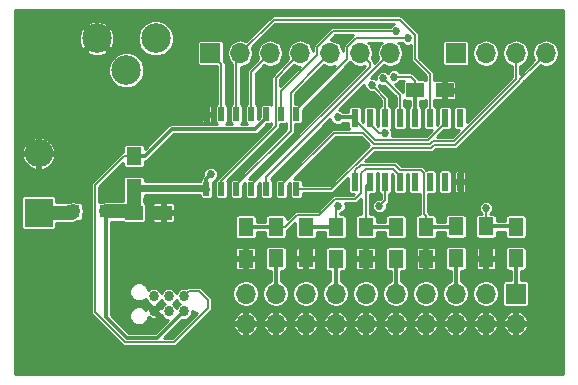
<source format=gbr>
G04 #@! TF.FileFunction,Copper,L1,Top,Signal*
%FSLAX46Y46*%
G04 Gerber Fmt 4.6, Leading zero omitted, Abs format (unit mm)*
G04 Created by KiCad (PCBNEW 4.0.7) date 01/22/18 19:47:42*
%MOMM*%
%LPD*%
G01*
G04 APERTURE LIST*
%ADD10C,0.100000*%
%ADD11C,0.508000*%
%ADD12R,2.400000X2.400000*%
%ADD13O,2.400000X2.400000*%
%ADD14R,1.700000X1.700000*%
%ADD15O,1.700000X1.700000*%
%ADD16R,1.300000X1.500000*%
%ADD17R,1.500000X1.250000*%
%ADD18R,1.100000X1.100000*%
%ADD19C,0.863600*%
%ADD20C,2.500000*%
%ADD21R,0.600000X1.500000*%
%ADD22R,0.508000X1.143000*%
%ADD23C,0.685800*%
%ADD24C,1.219200*%
%ADD25C,0.152400*%
%ADD26C,0.304800*%
%ADD27C,0.609600*%
%ADD28C,0.254000*%
G04 APERTURE END LIST*
D10*
D11*
X135737600Y-74574400D03*
X154952700Y-59601100D03*
X143903700Y-61582300D03*
X173139100Y-78193900D03*
X170599100Y-78193900D03*
X168059100Y-78193900D03*
X165519100Y-78193900D03*
X162979100Y-78193900D03*
X160439100Y-78193900D03*
X157899100Y-78193900D03*
X155359100Y-78193900D03*
X152819100Y-78193900D03*
X150279100Y-78193900D03*
X147739100Y-78193900D03*
X145199100Y-78193900D03*
X142659100Y-78193900D03*
X140131800Y-78536800D03*
X137591800Y-78536800D03*
X135039100Y-78193900D03*
X132499100Y-78193900D03*
X129959100Y-78193900D03*
X127419100Y-78193900D03*
X173139100Y-75653900D03*
X170611800Y-74942700D03*
X168071800Y-74942700D03*
X165531800Y-74942700D03*
X162991800Y-74942700D03*
X160451800Y-74942700D03*
X157911800Y-74942700D03*
X155371800Y-74942700D03*
X152831800Y-74942700D03*
X150291800Y-74942700D03*
X147751800Y-74942700D03*
X145211800Y-74942700D03*
X140893800Y-76403200D03*
X140576300Y-74523600D03*
X135991600Y-72402700D03*
X132499100Y-75653900D03*
X129959100Y-75653900D03*
X127419100Y-75653900D03*
X173139100Y-73113900D03*
X170599100Y-73113900D03*
X168059100Y-73113900D03*
X142633700Y-72377300D03*
X140119100Y-73113900D03*
X137363200Y-74587100D03*
X132499100Y-73113900D03*
X129959100Y-73113900D03*
X127419100Y-73113900D03*
X173139100Y-70573900D03*
X170599100Y-70573900D03*
X168059100Y-70573900D03*
X165519100Y-70573900D03*
X162979100Y-70573900D03*
X160439100Y-70573900D03*
X157899100Y-70573900D03*
X155359100Y-70573900D03*
X152819100Y-70573900D03*
X150279100Y-70573900D03*
X147739100Y-70573900D03*
X145199100Y-70573900D03*
X140119100Y-70573900D03*
X137579100Y-70573900D03*
X132499100Y-70573900D03*
X129959100Y-70573900D03*
X127419100Y-70573900D03*
X173139100Y-68033900D03*
X170599100Y-68033900D03*
X168046400Y-69253100D03*
X165506400Y-69253100D03*
X162966400Y-69253100D03*
X160426400Y-69253100D03*
X157886400Y-69253100D03*
X155346400Y-69253100D03*
X152806400Y-69253100D03*
X150266400Y-69253100D03*
X147726400Y-69253100D03*
X143827500Y-69240400D03*
X142659100Y-68033900D03*
X137579100Y-68033900D03*
X135877300Y-68605400D03*
X132499100Y-68033900D03*
X173139100Y-65493900D03*
X170599100Y-65493900D03*
X168059100Y-65493900D03*
X165519100Y-65493900D03*
X162458400Y-65963800D03*
X160147000Y-65938400D03*
X157365700Y-65468500D03*
X154622500Y-64922400D03*
X152819100Y-65493900D03*
X149885400Y-66230500D03*
X140119100Y-65493900D03*
X135039100Y-65493900D03*
X173139100Y-62953900D03*
X170599100Y-62953900D03*
X168059100Y-62953900D03*
X165519100Y-62953900D03*
X162979100Y-62953900D03*
X161264600Y-62090300D03*
X157873700Y-62293500D03*
X155625800Y-61391800D03*
X153136600Y-63220600D03*
X146380200Y-62890400D03*
X142659100Y-62953900D03*
X140119100Y-62953900D03*
X136931400Y-63411100D03*
X132499100Y-62953900D03*
X129959100Y-62953900D03*
X127419100Y-62953900D03*
X173139100Y-60413900D03*
X170599100Y-60413900D03*
X168059100Y-60413900D03*
X166281100Y-60413900D03*
X163626800Y-60147200D03*
X160299400Y-60032900D03*
X150914100Y-59778900D03*
X148856700Y-60413900D03*
X145199100Y-60413900D03*
X142659100Y-60413900D03*
X135039100Y-60413900D03*
X132499100Y-60413900D03*
X129959100Y-60413900D03*
X127419100Y-60413900D03*
X173139100Y-57873900D03*
X170599100Y-57873900D03*
X168440100Y-57886600D03*
X165519100Y-57873900D03*
X160121600Y-57581800D03*
X154978100Y-58140600D03*
X152019000Y-58445400D03*
X150787100Y-57086500D03*
X147916900Y-56845200D03*
X144983200Y-56870600D03*
X142455900Y-56857900D03*
X140119100Y-57873900D03*
X137579100Y-57873900D03*
X135039100Y-57873900D03*
X132499100Y-57873900D03*
X129959100Y-57873900D03*
X127419100Y-57873900D03*
X173139100Y-55333900D03*
X168059100Y-55333900D03*
X165519100Y-55333900D03*
X162979100Y-55333900D03*
X159524700Y-56070500D03*
X156324300Y-56769000D03*
X155295600Y-54889400D03*
X153466800Y-56705500D03*
X149542500Y-55714900D03*
X147739100Y-55333900D03*
X144983200Y-55206900D03*
X142659100Y-55333900D03*
X140119100Y-55333900D03*
X154647900Y-52108100D03*
X157429200Y-52641500D03*
X132499100Y-55333900D03*
X129959100Y-55333900D03*
X127419100Y-55333900D03*
X173139100Y-52793900D03*
X170599100Y-52793900D03*
X168059100Y-52793900D03*
X162979100Y-52793900D03*
X159969200Y-54292500D03*
X129959100Y-52793900D03*
X127419100Y-52793900D03*
X173139100Y-50253900D03*
X170599100Y-50253900D03*
X168059100Y-50253900D03*
X165519100Y-50253900D03*
X162979100Y-50253900D03*
X160439100Y-50253900D03*
X158089600Y-49936400D03*
X155371800Y-49936400D03*
X152831800Y-49923700D03*
X150139400Y-49923700D03*
X147739100Y-50253900D03*
X145199100Y-50253900D03*
X142659100Y-50253900D03*
X140119100Y-50253900D03*
X137579100Y-50253900D03*
X135039100Y-50253900D03*
X132499100Y-50253900D03*
X129959100Y-50253900D03*
D12*
X128950000Y-66850000D03*
D13*
X128950000Y-61850000D03*
D14*
X143450000Y-53350000D03*
D15*
X145990000Y-53350000D03*
X148530000Y-53350000D03*
X151070000Y-53350000D03*
X153610000Y-53350000D03*
X156150000Y-53350000D03*
X158690000Y-53350000D03*
D16*
X154070000Y-68050000D03*
X154070000Y-70750000D03*
X159170000Y-68050000D03*
X159170000Y-70750000D03*
D17*
X137000000Y-66850000D03*
X139500000Y-66850000D03*
X160802000Y-56489600D03*
X163302000Y-56489600D03*
D18*
X134650000Y-66750000D03*
X131850000Y-66750000D03*
D19*
X138670000Y-75219000D03*
X138670000Y-73949000D03*
X139940000Y-73949000D03*
X139940000Y-75219000D03*
X141210000Y-75219000D03*
X141210000Y-73949000D03*
D20*
X136350000Y-54800000D03*
X138850000Y-52100000D03*
X133850000Y-52100000D03*
D14*
X164250000Y-53350000D03*
D15*
X166790000Y-53350000D03*
X169330000Y-53350000D03*
X171870000Y-53350000D03*
D14*
X169320000Y-73710000D03*
D15*
X169320000Y-76250000D03*
X166780000Y-73710000D03*
X166780000Y-76250000D03*
X164240000Y-73710000D03*
X164240000Y-76250000D03*
X161700000Y-73710000D03*
X161700000Y-76250000D03*
X159160000Y-73710000D03*
X159160000Y-76250000D03*
X156620000Y-73710000D03*
X156620000Y-76250000D03*
X154080000Y-73710000D03*
X154080000Y-76250000D03*
X151540000Y-73710000D03*
X151540000Y-76250000D03*
X149000000Y-73710000D03*
X149000000Y-76250000D03*
X146460000Y-73710000D03*
X146460000Y-76250000D03*
D16*
X137000000Y-62050000D03*
X137000000Y-64750000D03*
X169320000Y-68040000D03*
X169320000Y-70740000D03*
X166800000Y-68030000D03*
X166800000Y-70730000D03*
X164280000Y-68030000D03*
X164280000Y-70730000D03*
X161720000Y-68050000D03*
X161720000Y-70750000D03*
X156620000Y-68050000D03*
X156620000Y-70750000D03*
X151550000Y-68040000D03*
X151550000Y-70740000D03*
X149000000Y-68040000D03*
X149000000Y-70740000D03*
X146450000Y-68050000D03*
X146450000Y-70750000D03*
D21*
X155735000Y-64240000D03*
X157005000Y-64240000D03*
X158275000Y-64240000D03*
X159545000Y-64240000D03*
X160815000Y-64240000D03*
X162085000Y-64240000D03*
X163355000Y-64240000D03*
X164625000Y-64240000D03*
X164625000Y-58840000D03*
X163355000Y-58840000D03*
X162085000Y-58840000D03*
X160815000Y-58840000D03*
X159545000Y-58840000D03*
X158275000Y-58840000D03*
X157005000Y-58840000D03*
X155735000Y-58840000D03*
D22*
X143129000Y-64871600D03*
X144399000Y-64871600D03*
X145669000Y-64871600D03*
X146939000Y-64871600D03*
X148209000Y-64871600D03*
X149479000Y-64871600D03*
X150749000Y-64871600D03*
X150749000Y-58521600D03*
X149479000Y-58521600D03*
X146939000Y-58521600D03*
X145669000Y-58521600D03*
X144399000Y-58521600D03*
X143129000Y-58521600D03*
X148209000Y-58521600D03*
D11*
X127419100Y-50253900D03*
D23*
X154254200Y-58801000D03*
X143497300Y-63614300D03*
X159042100Y-55346600D03*
X159181800Y-51473100D03*
X160223200Y-52108100D03*
X157138620Y-56060254D03*
X158093987Y-55486475D03*
X158254700Y-60121800D03*
X166801800Y-66484500D03*
X157784800Y-66294000D03*
X154305000Y-66294000D03*
D24*
X128950000Y-66850000D02*
X131750000Y-66850000D01*
X131750000Y-66850000D02*
X131850000Y-66750000D01*
D25*
X157447618Y-60744100D02*
X161900900Y-60744100D01*
X161900900Y-60744100D02*
X163355000Y-59290000D01*
X163355000Y-59290000D02*
X163355000Y-58840000D01*
X155735000Y-59031482D02*
X157447618Y-60744100D01*
X155735000Y-58840000D02*
X155735000Y-59031482D01*
D26*
X154254200Y-58801000D02*
X155696000Y-58801000D01*
X155696000Y-58801000D02*
X155735000Y-58840000D01*
X155793811Y-58898811D02*
X155793811Y-59039957D01*
X155735000Y-58840000D02*
X155793811Y-58898811D01*
X143129000Y-64871600D02*
X143129000Y-63982600D01*
X143129000Y-63982600D02*
X143497300Y-63614300D01*
X138984411Y-77444589D02*
X140778201Y-75650799D01*
X140778201Y-75650799D02*
X141210000Y-75219000D01*
X136403419Y-77444589D02*
X138984411Y-77444589D01*
X134645400Y-75686570D02*
X136403419Y-77444589D01*
X134645400Y-67609400D02*
X134645400Y-75686570D01*
X134650000Y-67604800D02*
X134645400Y-67609400D01*
X134650000Y-66750000D02*
X134650000Y-67604800D01*
D27*
X137000000Y-64750000D02*
X143007400Y-64750000D01*
X143007400Y-64750000D02*
X143129000Y-64871600D01*
D24*
X137000000Y-66850000D02*
X137000000Y-64750000D01*
X134650000Y-66750000D02*
X136900000Y-66750000D01*
X136900000Y-66750000D02*
X137000000Y-66850000D01*
D25*
X159042100Y-55346600D02*
X160436400Y-55346600D01*
X160436400Y-55346600D02*
X160802000Y-55712200D01*
X160802000Y-55712200D02*
X160802000Y-56489600D01*
D26*
X160820100Y-56471500D02*
X160802000Y-56489600D01*
D25*
X144399000Y-58521600D02*
X144399000Y-54299000D01*
X144399000Y-54299000D02*
X143450000Y-53350000D01*
D26*
X160815000Y-58840000D02*
X160815000Y-56502600D01*
X160815000Y-56502600D02*
X160802000Y-56489600D01*
X137954800Y-62050000D02*
X140225911Y-59778889D01*
X147269211Y-59778889D02*
X148209000Y-58839100D01*
X148209000Y-58839100D02*
X148209000Y-58521600D01*
X137000000Y-62050000D02*
X137954800Y-62050000D01*
X140225911Y-59778889D02*
X147269211Y-59778889D01*
D25*
X137000000Y-62050000D02*
X136197600Y-62050000D01*
X133705600Y-75285600D02*
X136245600Y-77825600D01*
X136197600Y-62050000D02*
X133705600Y-64542000D01*
X136245600Y-77825600D02*
X140366162Y-77825600D01*
X133705600Y-64542000D02*
X133705600Y-75285600D01*
X140366162Y-77825600D02*
X143242001Y-74949761D01*
X143242001Y-74949761D02*
X143242001Y-74218239D01*
X143242001Y-74218239D02*
X142540963Y-73517201D01*
X142540963Y-73517201D02*
X141641799Y-73517201D01*
X141641799Y-73517201D02*
X141210000Y-73949000D01*
D26*
X137000000Y-62050000D02*
X137000000Y-62150000D01*
D25*
X149479000Y-58521600D02*
X149479000Y-56537330D01*
X149479000Y-56537330D02*
X152531399Y-53484931D01*
X152531399Y-53484931D02*
X152531399Y-52832271D01*
X152531399Y-52832271D02*
X153890570Y-51473100D01*
X153890570Y-51473100D02*
X159181800Y-51473100D01*
X150749000Y-58521600D02*
X150749000Y-58204100D01*
X150749000Y-58204100D02*
X155071399Y-53881701D01*
X155071399Y-53881701D02*
X155071399Y-52832271D01*
X155071399Y-52832271D02*
X155795570Y-52108100D01*
X155795570Y-52108100D02*
X160223200Y-52108100D01*
X171020001Y-54249999D02*
X171870000Y-53400000D01*
X162190212Y-61353722D02*
X162431521Y-61112413D01*
X157224511Y-61353722D02*
X162190212Y-61353722D01*
X162431521Y-61112413D02*
X164197554Y-61112413D01*
X164197554Y-61112413D02*
X169634811Y-55675156D01*
X169634811Y-55635189D02*
X171020001Y-54249999D01*
X169634811Y-55675156D02*
X169634811Y-55635189D01*
X150749000Y-64871600D02*
X153706633Y-64871600D01*
X153706633Y-64871600D02*
X157224511Y-61353722D01*
X169330000Y-55548900D02*
X169330000Y-54602081D01*
X162305265Y-60807602D02*
X164071298Y-60807602D01*
X157321362Y-61048911D02*
X162063956Y-61048911D01*
X149479000Y-64871600D02*
X149479000Y-64554100D01*
X153936700Y-60096400D02*
X156368851Y-60096400D01*
X162063956Y-61048911D02*
X162305265Y-60807602D01*
X164071298Y-60807602D02*
X169330000Y-55548900D01*
X156368851Y-60096400D02*
X157321362Y-61048911D01*
X149479000Y-64554100D02*
X153936700Y-60096400D01*
X169330000Y-54602081D02*
X169330000Y-53400000D01*
X158275000Y-58840000D02*
X158275000Y-57196634D01*
X158275000Y-57196634D02*
X157481519Y-56403153D01*
X157481519Y-56403153D02*
X157138620Y-56060254D01*
X146939000Y-58521600D02*
X146939000Y-54941000D01*
X146939000Y-54941000D02*
X148530000Y-53350000D01*
X162085000Y-57937600D02*
X162085000Y-58840000D01*
X162085000Y-55148670D02*
X162085000Y-57937600D01*
X160807402Y-51821078D02*
X160807402Y-53871072D01*
X159494211Y-50507887D02*
X160807402Y-51821078D01*
X148832113Y-50507887D02*
X159494211Y-50507887D01*
X145990000Y-53350000D02*
X148832113Y-50507887D01*
X160807402Y-53871072D02*
X162085000Y-55148670D01*
X145669000Y-58521600D02*
X145669000Y-53671000D01*
X145669000Y-53671000D02*
X145990000Y-53350000D01*
X144399000Y-64147700D02*
X148996399Y-59550301D01*
X150220001Y-54199999D02*
X151070000Y-53350000D01*
X148996399Y-55423601D02*
X150220001Y-54199999D01*
X148996399Y-59550301D02*
X148996399Y-55423601D01*
X144399000Y-64871600D02*
X144399000Y-64147700D01*
X158436886Y-55829374D02*
X158093987Y-55486475D01*
X159545000Y-56937488D02*
X158436886Y-55829374D01*
X159545000Y-58840000D02*
X159545000Y-56937488D01*
X145669000Y-64554100D02*
X150266399Y-59956701D01*
X145669000Y-64871600D02*
X145669000Y-64554100D01*
X152760001Y-54199999D02*
X153610000Y-53350000D01*
X150266399Y-56693601D02*
X152760001Y-54199999D01*
X150266399Y-59956701D02*
X150266399Y-56693601D01*
X146939000Y-64554100D02*
X156999999Y-54493101D01*
X156999999Y-54199999D02*
X156150000Y-53350000D01*
X156999999Y-54493101D02*
X156999999Y-54199999D01*
X146939000Y-64871600D02*
X146939000Y-64554100D01*
X148209000Y-64871600D02*
X148209000Y-63831000D01*
X157840001Y-54199999D02*
X158690000Y-53350000D01*
X148209000Y-63831000D02*
X157840001Y-54199999D01*
D26*
X169320000Y-70740000D02*
X169320000Y-73710000D01*
X164280000Y-70730000D02*
X164280000Y-73670000D01*
X164280000Y-73670000D02*
X164240000Y-73710000D01*
X164240000Y-70770000D02*
X164280000Y-70730000D01*
X159170000Y-70750000D02*
X159170000Y-73700000D01*
X159170000Y-73700000D02*
X159160000Y-73710000D01*
X159160000Y-70760000D02*
X159170000Y-70750000D01*
X154070000Y-70750000D02*
X154070000Y-73700000D01*
X154070000Y-73700000D02*
X154080000Y-73710000D01*
X154080000Y-70760000D02*
X154070000Y-70750000D01*
X149000000Y-70740000D02*
X149000000Y-73710000D01*
D25*
X157005000Y-58840000D02*
X157005000Y-59357033D01*
X157005000Y-59357033D02*
X157769767Y-60121800D01*
X157769767Y-60121800D02*
X158254700Y-60121800D01*
X157005000Y-58840000D02*
X157005000Y-59290000D01*
X166801800Y-66484500D02*
X166801800Y-68028200D01*
X166801800Y-68028200D02*
X166800000Y-68030000D01*
D26*
X166800000Y-68030000D02*
X169310000Y-68030000D01*
X169310000Y-68030000D02*
X169320000Y-68040000D01*
D25*
X161556399Y-63519917D02*
X161556399Y-66983999D01*
X159526666Y-63261399D02*
X161297881Y-63261399D01*
X159104856Y-62839589D02*
X159526666Y-63261399D01*
X161720000Y-67147600D02*
X161720000Y-68050000D01*
X161297881Y-63261399D02*
X161556399Y-63519917D01*
X156185344Y-62839589D02*
X159104856Y-62839589D01*
X155735000Y-63289933D02*
X156185344Y-62839589D01*
X155735000Y-64240000D02*
X155735000Y-63289933D01*
X161556399Y-66983999D02*
X161720000Y-67147600D01*
D26*
X161720000Y-68050000D02*
X164260000Y-68050000D01*
X164260000Y-68050000D02*
X164280000Y-68030000D01*
D25*
X156620000Y-68050000D02*
X156620000Y-64625000D01*
X156620000Y-64625000D02*
X157005000Y-64240000D01*
X157005000Y-67665000D02*
X156620000Y-68050000D01*
D26*
X156620000Y-68050000D02*
X159170000Y-68050000D01*
D25*
X157784800Y-66294000D02*
X158275000Y-65803800D01*
X158275000Y-65803800D02*
X158275000Y-64240000D01*
X154070000Y-66529000D02*
X154305000Y-66294000D01*
X154070000Y-68050000D02*
X154070000Y-66529000D01*
X158275000Y-64240000D02*
X158275000Y-64690000D01*
X158275000Y-64240000D02*
X158275000Y-64647400D01*
D26*
X151550000Y-68040000D02*
X154060000Y-68040000D01*
X154060000Y-68040000D02*
X154070000Y-68050000D01*
D25*
X150781001Y-67061399D02*
X149802400Y-68040000D01*
X152691777Y-67061399D02*
X150781001Y-67061399D01*
X159545000Y-64240000D02*
X159545000Y-63790000D01*
X149802400Y-68040000D02*
X149000000Y-68040000D01*
X154030678Y-65722498D02*
X152691777Y-67061399D01*
X155713984Y-65722498D02*
X154030678Y-65722498D01*
X156263601Y-63519917D02*
X156263601Y-65172881D01*
X156639118Y-63144400D02*
X156263601Y-63519917D01*
X156263601Y-65172881D02*
X155713984Y-65722498D01*
X158899400Y-63144400D02*
X156639118Y-63144400D01*
X159545000Y-63790000D02*
X158899400Y-63144400D01*
D26*
X146450000Y-68050000D02*
X148990000Y-68050000D01*
X148990000Y-68050000D02*
X149000000Y-68040000D01*
D28*
G36*
X173346400Y-80546400D02*
X126953600Y-80546400D01*
X126953600Y-65650000D01*
X127465127Y-65650000D01*
X127465127Y-68050000D01*
X127484609Y-68153539D01*
X127545801Y-68248634D01*
X127639168Y-68312429D01*
X127750000Y-68334873D01*
X130150000Y-68334873D01*
X130253539Y-68315391D01*
X130348634Y-68254199D01*
X130412429Y-68160832D01*
X130434873Y-68050000D01*
X130434873Y-67739000D01*
X131750000Y-67739000D01*
X132090206Y-67671329D01*
X132219596Y-67584873D01*
X132400000Y-67584873D01*
X132503539Y-67565391D01*
X132598634Y-67504199D01*
X132662429Y-67410832D01*
X132684873Y-67300000D01*
X132684873Y-67022116D01*
X132739000Y-66750000D01*
X132684873Y-66477885D01*
X132684873Y-66200000D01*
X132665391Y-66096461D01*
X132604199Y-66001366D01*
X132510832Y-65937571D01*
X132400000Y-65915127D01*
X132122115Y-65915127D01*
X131850000Y-65861000D01*
X131577884Y-65915127D01*
X131300000Y-65915127D01*
X131196461Y-65934609D01*
X131155448Y-65961000D01*
X130434873Y-65961000D01*
X130434873Y-65650000D01*
X130415391Y-65546461D01*
X130354199Y-65451366D01*
X130260832Y-65387571D01*
X130150000Y-65365127D01*
X127750000Y-65365127D01*
X127646461Y-65384609D01*
X127551366Y-65445801D01*
X127487571Y-65539168D01*
X127465127Y-65650000D01*
X126953600Y-65650000D01*
X126953600Y-64542000D01*
X133350000Y-64542000D01*
X133350000Y-75285600D01*
X133377068Y-75421683D01*
X133454153Y-75537047D01*
X135994153Y-78077047D01*
X136109518Y-78154132D01*
X136245600Y-78181200D01*
X140366162Y-78181200D01*
X140502245Y-78154132D01*
X140617609Y-78077047D01*
X142151661Y-76542995D01*
X145421944Y-76542995D01*
X145613086Y-76917939D01*
X145933163Y-77191195D01*
X146167007Y-77288043D01*
X146333000Y-77263524D01*
X146333000Y-76377000D01*
X146587000Y-76377000D01*
X146587000Y-77263524D01*
X146752993Y-77288043D01*
X146986837Y-77191195D01*
X147306914Y-76917939D01*
X147498056Y-76542995D01*
X147961944Y-76542995D01*
X148153086Y-76917939D01*
X148473163Y-77191195D01*
X148707007Y-77288043D01*
X148873000Y-77263524D01*
X148873000Y-76377000D01*
X149127000Y-76377000D01*
X149127000Y-77263524D01*
X149292993Y-77288043D01*
X149526837Y-77191195D01*
X149846914Y-76917939D01*
X150038056Y-76542995D01*
X150501944Y-76542995D01*
X150693086Y-76917939D01*
X151013163Y-77191195D01*
X151247007Y-77288043D01*
X151413000Y-77263524D01*
X151413000Y-76377000D01*
X151667000Y-76377000D01*
X151667000Y-77263524D01*
X151832993Y-77288043D01*
X152066837Y-77191195D01*
X152386914Y-76917939D01*
X152578056Y-76542995D01*
X153041944Y-76542995D01*
X153233086Y-76917939D01*
X153553163Y-77191195D01*
X153787007Y-77288043D01*
X153953000Y-77263524D01*
X153953000Y-76377000D01*
X154207000Y-76377000D01*
X154207000Y-77263524D01*
X154372993Y-77288043D01*
X154606837Y-77191195D01*
X154926914Y-76917939D01*
X155118056Y-76542995D01*
X155581944Y-76542995D01*
X155773086Y-76917939D01*
X156093163Y-77191195D01*
X156327007Y-77288043D01*
X156493000Y-77263524D01*
X156493000Y-76377000D01*
X156747000Y-76377000D01*
X156747000Y-77263524D01*
X156912993Y-77288043D01*
X157146837Y-77191195D01*
X157466914Y-76917939D01*
X157658056Y-76542995D01*
X158121944Y-76542995D01*
X158313086Y-76917939D01*
X158633163Y-77191195D01*
X158867007Y-77288043D01*
X159033000Y-77263524D01*
X159033000Y-76377000D01*
X159287000Y-76377000D01*
X159287000Y-77263524D01*
X159452993Y-77288043D01*
X159686837Y-77191195D01*
X160006914Y-76917939D01*
X160198056Y-76542995D01*
X160661944Y-76542995D01*
X160853086Y-76917939D01*
X161173163Y-77191195D01*
X161407007Y-77288043D01*
X161573000Y-77263524D01*
X161573000Y-76377000D01*
X161827000Y-76377000D01*
X161827000Y-77263524D01*
X161992993Y-77288043D01*
X162226837Y-77191195D01*
X162546914Y-76917939D01*
X162738056Y-76542995D01*
X163201944Y-76542995D01*
X163393086Y-76917939D01*
X163713163Y-77191195D01*
X163947007Y-77288043D01*
X164113000Y-77263524D01*
X164113000Y-76377000D01*
X164367000Y-76377000D01*
X164367000Y-77263524D01*
X164532993Y-77288043D01*
X164766837Y-77191195D01*
X165086914Y-76917939D01*
X165278056Y-76542995D01*
X165741944Y-76542995D01*
X165933086Y-76917939D01*
X166253163Y-77191195D01*
X166487007Y-77288043D01*
X166653000Y-77263524D01*
X166653000Y-76377000D01*
X166907000Y-76377000D01*
X166907000Y-77263524D01*
X167072993Y-77288043D01*
X167306837Y-77191195D01*
X167626914Y-76917939D01*
X167818056Y-76542995D01*
X168281944Y-76542995D01*
X168473086Y-76917939D01*
X168793163Y-77191195D01*
X169027007Y-77288043D01*
X169193000Y-77263524D01*
X169193000Y-76377000D01*
X169447000Y-76377000D01*
X169447000Y-77263524D01*
X169612993Y-77288043D01*
X169846837Y-77191195D01*
X170166914Y-76917939D01*
X170358056Y-76542995D01*
X170333960Y-76377000D01*
X169447000Y-76377000D01*
X169193000Y-76377000D01*
X168306040Y-76377000D01*
X168281944Y-76542995D01*
X167818056Y-76542995D01*
X167793960Y-76377000D01*
X166907000Y-76377000D01*
X166653000Y-76377000D01*
X165766040Y-76377000D01*
X165741944Y-76542995D01*
X165278056Y-76542995D01*
X165253960Y-76377000D01*
X164367000Y-76377000D01*
X164113000Y-76377000D01*
X163226040Y-76377000D01*
X163201944Y-76542995D01*
X162738056Y-76542995D01*
X162713960Y-76377000D01*
X161827000Y-76377000D01*
X161573000Y-76377000D01*
X160686040Y-76377000D01*
X160661944Y-76542995D01*
X160198056Y-76542995D01*
X160173960Y-76377000D01*
X159287000Y-76377000D01*
X159033000Y-76377000D01*
X158146040Y-76377000D01*
X158121944Y-76542995D01*
X157658056Y-76542995D01*
X157633960Y-76377000D01*
X156747000Y-76377000D01*
X156493000Y-76377000D01*
X155606040Y-76377000D01*
X155581944Y-76542995D01*
X155118056Y-76542995D01*
X155093960Y-76377000D01*
X154207000Y-76377000D01*
X153953000Y-76377000D01*
X153066040Y-76377000D01*
X153041944Y-76542995D01*
X152578056Y-76542995D01*
X152553960Y-76377000D01*
X151667000Y-76377000D01*
X151413000Y-76377000D01*
X150526040Y-76377000D01*
X150501944Y-76542995D01*
X150038056Y-76542995D01*
X150013960Y-76377000D01*
X149127000Y-76377000D01*
X148873000Y-76377000D01*
X147986040Y-76377000D01*
X147961944Y-76542995D01*
X147498056Y-76542995D01*
X147473960Y-76377000D01*
X146587000Y-76377000D01*
X146333000Y-76377000D01*
X145446040Y-76377000D01*
X145421944Y-76542995D01*
X142151661Y-76542995D01*
X142737651Y-75957005D01*
X145421944Y-75957005D01*
X145446040Y-76123000D01*
X146333000Y-76123000D01*
X146333000Y-75236476D01*
X146587000Y-75236476D01*
X146587000Y-76123000D01*
X147473960Y-76123000D01*
X147498056Y-75957005D01*
X147961944Y-75957005D01*
X147986040Y-76123000D01*
X148873000Y-76123000D01*
X148873000Y-75236476D01*
X149127000Y-75236476D01*
X149127000Y-76123000D01*
X150013960Y-76123000D01*
X150038056Y-75957005D01*
X150501944Y-75957005D01*
X150526040Y-76123000D01*
X151413000Y-76123000D01*
X151413000Y-75236476D01*
X151667000Y-75236476D01*
X151667000Y-76123000D01*
X152553960Y-76123000D01*
X152578056Y-75957005D01*
X153041944Y-75957005D01*
X153066040Y-76123000D01*
X153953000Y-76123000D01*
X153953000Y-75236476D01*
X154207000Y-75236476D01*
X154207000Y-76123000D01*
X155093960Y-76123000D01*
X155118056Y-75957005D01*
X155581944Y-75957005D01*
X155606040Y-76123000D01*
X156493000Y-76123000D01*
X156493000Y-75236476D01*
X156747000Y-75236476D01*
X156747000Y-76123000D01*
X157633960Y-76123000D01*
X157658056Y-75957005D01*
X158121944Y-75957005D01*
X158146040Y-76123000D01*
X159033000Y-76123000D01*
X159033000Y-75236476D01*
X159287000Y-75236476D01*
X159287000Y-76123000D01*
X160173960Y-76123000D01*
X160198056Y-75957005D01*
X160661944Y-75957005D01*
X160686040Y-76123000D01*
X161573000Y-76123000D01*
X161573000Y-75236476D01*
X161827000Y-75236476D01*
X161827000Y-76123000D01*
X162713960Y-76123000D01*
X162738056Y-75957005D01*
X163201944Y-75957005D01*
X163226040Y-76123000D01*
X164113000Y-76123000D01*
X164113000Y-75236476D01*
X164367000Y-75236476D01*
X164367000Y-76123000D01*
X165253960Y-76123000D01*
X165278056Y-75957005D01*
X165741944Y-75957005D01*
X165766040Y-76123000D01*
X166653000Y-76123000D01*
X166653000Y-75236476D01*
X166907000Y-75236476D01*
X166907000Y-76123000D01*
X167793960Y-76123000D01*
X167818056Y-75957005D01*
X168281944Y-75957005D01*
X168306040Y-76123000D01*
X169193000Y-76123000D01*
X169193000Y-75236476D01*
X169447000Y-75236476D01*
X169447000Y-76123000D01*
X170333960Y-76123000D01*
X170358056Y-75957005D01*
X170166914Y-75582061D01*
X169846837Y-75308805D01*
X169612993Y-75211957D01*
X169447000Y-75236476D01*
X169193000Y-75236476D01*
X169027007Y-75211957D01*
X168793163Y-75308805D01*
X168473086Y-75582061D01*
X168281944Y-75957005D01*
X167818056Y-75957005D01*
X167626914Y-75582061D01*
X167306837Y-75308805D01*
X167072993Y-75211957D01*
X166907000Y-75236476D01*
X166653000Y-75236476D01*
X166487007Y-75211957D01*
X166253163Y-75308805D01*
X165933086Y-75582061D01*
X165741944Y-75957005D01*
X165278056Y-75957005D01*
X165086914Y-75582061D01*
X164766837Y-75308805D01*
X164532993Y-75211957D01*
X164367000Y-75236476D01*
X164113000Y-75236476D01*
X163947007Y-75211957D01*
X163713163Y-75308805D01*
X163393086Y-75582061D01*
X163201944Y-75957005D01*
X162738056Y-75957005D01*
X162546914Y-75582061D01*
X162226837Y-75308805D01*
X161992993Y-75211957D01*
X161827000Y-75236476D01*
X161573000Y-75236476D01*
X161407007Y-75211957D01*
X161173163Y-75308805D01*
X160853086Y-75582061D01*
X160661944Y-75957005D01*
X160198056Y-75957005D01*
X160006914Y-75582061D01*
X159686837Y-75308805D01*
X159452993Y-75211957D01*
X159287000Y-75236476D01*
X159033000Y-75236476D01*
X158867007Y-75211957D01*
X158633163Y-75308805D01*
X158313086Y-75582061D01*
X158121944Y-75957005D01*
X157658056Y-75957005D01*
X157466914Y-75582061D01*
X157146837Y-75308805D01*
X156912993Y-75211957D01*
X156747000Y-75236476D01*
X156493000Y-75236476D01*
X156327007Y-75211957D01*
X156093163Y-75308805D01*
X155773086Y-75582061D01*
X155581944Y-75957005D01*
X155118056Y-75957005D01*
X154926914Y-75582061D01*
X154606837Y-75308805D01*
X154372993Y-75211957D01*
X154207000Y-75236476D01*
X153953000Y-75236476D01*
X153787007Y-75211957D01*
X153553163Y-75308805D01*
X153233086Y-75582061D01*
X153041944Y-75957005D01*
X152578056Y-75957005D01*
X152386914Y-75582061D01*
X152066837Y-75308805D01*
X151832993Y-75211957D01*
X151667000Y-75236476D01*
X151413000Y-75236476D01*
X151247007Y-75211957D01*
X151013163Y-75308805D01*
X150693086Y-75582061D01*
X150501944Y-75957005D01*
X150038056Y-75957005D01*
X149846914Y-75582061D01*
X149526837Y-75308805D01*
X149292993Y-75211957D01*
X149127000Y-75236476D01*
X148873000Y-75236476D01*
X148707007Y-75211957D01*
X148473163Y-75308805D01*
X148153086Y-75582061D01*
X147961944Y-75957005D01*
X147498056Y-75957005D01*
X147306914Y-75582061D01*
X146986837Y-75308805D01*
X146752993Y-75211957D01*
X146587000Y-75236476D01*
X146333000Y-75236476D01*
X146167007Y-75211957D01*
X145933163Y-75308805D01*
X145613086Y-75582061D01*
X145421944Y-75957005D01*
X142737651Y-75957005D01*
X143493449Y-75201208D01*
X143570533Y-75085843D01*
X143597601Y-74949761D01*
X143597601Y-74218239D01*
X143570533Y-74082157D01*
X143493448Y-73966792D01*
X143214530Y-73687874D01*
X145330600Y-73687874D01*
X145330600Y-73732126D01*
X145416570Y-74164329D01*
X145661394Y-74530732D01*
X146027797Y-74775556D01*
X146460000Y-74861526D01*
X146892203Y-74775556D01*
X147258606Y-74530732D01*
X147503430Y-74164329D01*
X147589400Y-73732126D01*
X147589400Y-73687874D01*
X147870600Y-73687874D01*
X147870600Y-73732126D01*
X147956570Y-74164329D01*
X148201394Y-74530732D01*
X148567797Y-74775556D01*
X149000000Y-74861526D01*
X149432203Y-74775556D01*
X149798606Y-74530732D01*
X150043430Y-74164329D01*
X150129400Y-73732126D01*
X150129400Y-73687874D01*
X150410600Y-73687874D01*
X150410600Y-73732126D01*
X150496570Y-74164329D01*
X150741394Y-74530732D01*
X151107797Y-74775556D01*
X151540000Y-74861526D01*
X151972203Y-74775556D01*
X152338606Y-74530732D01*
X152583430Y-74164329D01*
X152669400Y-73732126D01*
X152669400Y-73687874D01*
X152950600Y-73687874D01*
X152950600Y-73732126D01*
X153036570Y-74164329D01*
X153281394Y-74530732D01*
X153647797Y-74775556D01*
X154080000Y-74861526D01*
X154512203Y-74775556D01*
X154878606Y-74530732D01*
X155123430Y-74164329D01*
X155209400Y-73732126D01*
X155209400Y-73687874D01*
X155490600Y-73687874D01*
X155490600Y-73732126D01*
X155576570Y-74164329D01*
X155821394Y-74530732D01*
X156187797Y-74775556D01*
X156620000Y-74861526D01*
X157052203Y-74775556D01*
X157418606Y-74530732D01*
X157663430Y-74164329D01*
X157749400Y-73732126D01*
X157749400Y-73687874D01*
X158030600Y-73687874D01*
X158030600Y-73732126D01*
X158116570Y-74164329D01*
X158361394Y-74530732D01*
X158727797Y-74775556D01*
X159160000Y-74861526D01*
X159592203Y-74775556D01*
X159958606Y-74530732D01*
X160203430Y-74164329D01*
X160289400Y-73732126D01*
X160289400Y-73687874D01*
X160570600Y-73687874D01*
X160570600Y-73732126D01*
X160656570Y-74164329D01*
X160901394Y-74530732D01*
X161267797Y-74775556D01*
X161700000Y-74861526D01*
X162132203Y-74775556D01*
X162498606Y-74530732D01*
X162743430Y-74164329D01*
X162829400Y-73732126D01*
X162829400Y-73687874D01*
X163110600Y-73687874D01*
X163110600Y-73732126D01*
X163196570Y-74164329D01*
X163441394Y-74530732D01*
X163807797Y-74775556D01*
X164240000Y-74861526D01*
X164672203Y-74775556D01*
X165038606Y-74530732D01*
X165283430Y-74164329D01*
X165369400Y-73732126D01*
X165369400Y-73687874D01*
X165650600Y-73687874D01*
X165650600Y-73732126D01*
X165736570Y-74164329D01*
X165981394Y-74530732D01*
X166347797Y-74775556D01*
X166780000Y-74861526D01*
X167212203Y-74775556D01*
X167578606Y-74530732D01*
X167823430Y-74164329D01*
X167909400Y-73732126D01*
X167909400Y-73687874D01*
X167823430Y-73255671D01*
X167578606Y-72889268D01*
X167534804Y-72860000D01*
X168185127Y-72860000D01*
X168185127Y-74560000D01*
X168204609Y-74663539D01*
X168265801Y-74758634D01*
X168359168Y-74822429D01*
X168470000Y-74844873D01*
X170170000Y-74844873D01*
X170273539Y-74825391D01*
X170368634Y-74764199D01*
X170432429Y-74670832D01*
X170454873Y-74560000D01*
X170454873Y-72860000D01*
X170435391Y-72756461D01*
X170374199Y-72661366D01*
X170280832Y-72597571D01*
X170170000Y-72575127D01*
X169751800Y-72575127D01*
X169751800Y-71774873D01*
X169970000Y-71774873D01*
X170073539Y-71755391D01*
X170168634Y-71694199D01*
X170232429Y-71600832D01*
X170254873Y-71490000D01*
X170254873Y-69990000D01*
X170235391Y-69886461D01*
X170174199Y-69791366D01*
X170080832Y-69727571D01*
X169970000Y-69705127D01*
X168670000Y-69705127D01*
X168566461Y-69724609D01*
X168471366Y-69785801D01*
X168407571Y-69879168D01*
X168385127Y-69990000D01*
X168385127Y-71490000D01*
X168404609Y-71593539D01*
X168465801Y-71688634D01*
X168559168Y-71752429D01*
X168670000Y-71774873D01*
X168888200Y-71774873D01*
X168888200Y-72575127D01*
X168470000Y-72575127D01*
X168366461Y-72594609D01*
X168271366Y-72655801D01*
X168207571Y-72749168D01*
X168185127Y-72860000D01*
X167534804Y-72860000D01*
X167212203Y-72644444D01*
X166780000Y-72558474D01*
X166347797Y-72644444D01*
X165981394Y-72889268D01*
X165736570Y-73255671D01*
X165650600Y-73687874D01*
X165369400Y-73687874D01*
X165283430Y-73255671D01*
X165038606Y-72889268D01*
X164711800Y-72670902D01*
X164711800Y-71764873D01*
X164930000Y-71764873D01*
X165033539Y-71745391D01*
X165128634Y-71684199D01*
X165192429Y-71590832D01*
X165214873Y-71480000D01*
X165214873Y-70914150D01*
X165921400Y-70914150D01*
X165921400Y-71525471D01*
X165956202Y-71609491D01*
X166020508Y-71673797D01*
X166104528Y-71708600D01*
X166615850Y-71708600D01*
X166673000Y-71651450D01*
X166673000Y-70857000D01*
X166927000Y-70857000D01*
X166927000Y-71651450D01*
X166984150Y-71708600D01*
X167495472Y-71708600D01*
X167579492Y-71673797D01*
X167643798Y-71609491D01*
X167678600Y-71525471D01*
X167678600Y-70914150D01*
X167621450Y-70857000D01*
X166927000Y-70857000D01*
X166673000Y-70857000D01*
X165978550Y-70857000D01*
X165921400Y-70914150D01*
X165214873Y-70914150D01*
X165214873Y-69980000D01*
X165206318Y-69934529D01*
X165921400Y-69934529D01*
X165921400Y-70545850D01*
X165978550Y-70603000D01*
X166673000Y-70603000D01*
X166673000Y-69808550D01*
X166927000Y-69808550D01*
X166927000Y-70603000D01*
X167621450Y-70603000D01*
X167678600Y-70545850D01*
X167678600Y-69934529D01*
X167643798Y-69850509D01*
X167579492Y-69786203D01*
X167495472Y-69751400D01*
X166984150Y-69751400D01*
X166927000Y-69808550D01*
X166673000Y-69808550D01*
X166615850Y-69751400D01*
X166104528Y-69751400D01*
X166020508Y-69786203D01*
X165956202Y-69850509D01*
X165921400Y-69934529D01*
X165206318Y-69934529D01*
X165195391Y-69876461D01*
X165134199Y-69781366D01*
X165040832Y-69717571D01*
X164930000Y-69695127D01*
X163630000Y-69695127D01*
X163526461Y-69714609D01*
X163431366Y-69775801D01*
X163367571Y-69869168D01*
X163345127Y-69980000D01*
X163345127Y-71480000D01*
X163364609Y-71583539D01*
X163425801Y-71678634D01*
X163519168Y-71742429D01*
X163630000Y-71764873D01*
X163848200Y-71764873D01*
X163848200Y-72636407D01*
X163807797Y-72644444D01*
X163441394Y-72889268D01*
X163196570Y-73255671D01*
X163110600Y-73687874D01*
X162829400Y-73687874D01*
X162743430Y-73255671D01*
X162498606Y-72889268D01*
X162132203Y-72644444D01*
X161700000Y-72558474D01*
X161267797Y-72644444D01*
X160901394Y-72889268D01*
X160656570Y-73255671D01*
X160570600Y-73687874D01*
X160289400Y-73687874D01*
X160203430Y-73255671D01*
X159958606Y-72889268D01*
X159601800Y-72650857D01*
X159601800Y-71784873D01*
X159820000Y-71784873D01*
X159923539Y-71765391D01*
X160018634Y-71704199D01*
X160082429Y-71610832D01*
X160104873Y-71500000D01*
X160104873Y-70934150D01*
X160841400Y-70934150D01*
X160841400Y-71545471D01*
X160876202Y-71629491D01*
X160940508Y-71693797D01*
X161024528Y-71728600D01*
X161535850Y-71728600D01*
X161593000Y-71671450D01*
X161593000Y-70877000D01*
X161847000Y-70877000D01*
X161847000Y-71671450D01*
X161904150Y-71728600D01*
X162415472Y-71728600D01*
X162499492Y-71693797D01*
X162563798Y-71629491D01*
X162598600Y-71545471D01*
X162598600Y-70934150D01*
X162541450Y-70877000D01*
X161847000Y-70877000D01*
X161593000Y-70877000D01*
X160898550Y-70877000D01*
X160841400Y-70934150D01*
X160104873Y-70934150D01*
X160104873Y-70000000D01*
X160096318Y-69954529D01*
X160841400Y-69954529D01*
X160841400Y-70565850D01*
X160898550Y-70623000D01*
X161593000Y-70623000D01*
X161593000Y-69828550D01*
X161847000Y-69828550D01*
X161847000Y-70623000D01*
X162541450Y-70623000D01*
X162598600Y-70565850D01*
X162598600Y-69954529D01*
X162563798Y-69870509D01*
X162499492Y-69806203D01*
X162415472Y-69771400D01*
X161904150Y-69771400D01*
X161847000Y-69828550D01*
X161593000Y-69828550D01*
X161535850Y-69771400D01*
X161024528Y-69771400D01*
X160940508Y-69806203D01*
X160876202Y-69870509D01*
X160841400Y-69954529D01*
X160096318Y-69954529D01*
X160085391Y-69896461D01*
X160024199Y-69801366D01*
X159930832Y-69737571D01*
X159820000Y-69715127D01*
X158520000Y-69715127D01*
X158416461Y-69734609D01*
X158321366Y-69795801D01*
X158257571Y-69889168D01*
X158235127Y-70000000D01*
X158235127Y-71500000D01*
X158254609Y-71603539D01*
X158315801Y-71698634D01*
X158409168Y-71762429D01*
X158520000Y-71784873D01*
X158738200Y-71784873D01*
X158738200Y-72642375D01*
X158727797Y-72644444D01*
X158361394Y-72889268D01*
X158116570Y-73255671D01*
X158030600Y-73687874D01*
X157749400Y-73687874D01*
X157663430Y-73255671D01*
X157418606Y-72889268D01*
X157052203Y-72644444D01*
X156620000Y-72558474D01*
X156187797Y-72644444D01*
X155821394Y-72889268D01*
X155576570Y-73255671D01*
X155490600Y-73687874D01*
X155209400Y-73687874D01*
X155123430Y-73255671D01*
X154878606Y-72889268D01*
X154512203Y-72644444D01*
X154501800Y-72642375D01*
X154501800Y-71784873D01*
X154720000Y-71784873D01*
X154823539Y-71765391D01*
X154918634Y-71704199D01*
X154982429Y-71610832D01*
X155004873Y-71500000D01*
X155004873Y-70934150D01*
X155741400Y-70934150D01*
X155741400Y-71545471D01*
X155776202Y-71629491D01*
X155840508Y-71693797D01*
X155924528Y-71728600D01*
X156435850Y-71728600D01*
X156493000Y-71671450D01*
X156493000Y-70877000D01*
X156747000Y-70877000D01*
X156747000Y-71671450D01*
X156804150Y-71728600D01*
X157315472Y-71728600D01*
X157399492Y-71693797D01*
X157463798Y-71629491D01*
X157498600Y-71545471D01*
X157498600Y-70934150D01*
X157441450Y-70877000D01*
X156747000Y-70877000D01*
X156493000Y-70877000D01*
X155798550Y-70877000D01*
X155741400Y-70934150D01*
X155004873Y-70934150D01*
X155004873Y-70000000D01*
X154996318Y-69954529D01*
X155741400Y-69954529D01*
X155741400Y-70565850D01*
X155798550Y-70623000D01*
X156493000Y-70623000D01*
X156493000Y-69828550D01*
X156747000Y-69828550D01*
X156747000Y-70623000D01*
X157441450Y-70623000D01*
X157498600Y-70565850D01*
X157498600Y-69954529D01*
X157463798Y-69870509D01*
X157399492Y-69806203D01*
X157315472Y-69771400D01*
X156804150Y-69771400D01*
X156747000Y-69828550D01*
X156493000Y-69828550D01*
X156435850Y-69771400D01*
X155924528Y-69771400D01*
X155840508Y-69806203D01*
X155776202Y-69870509D01*
X155741400Y-69954529D01*
X154996318Y-69954529D01*
X154985391Y-69896461D01*
X154924199Y-69801366D01*
X154830832Y-69737571D01*
X154720000Y-69715127D01*
X153420000Y-69715127D01*
X153316461Y-69734609D01*
X153221366Y-69795801D01*
X153157571Y-69889168D01*
X153135127Y-70000000D01*
X153135127Y-71500000D01*
X153154609Y-71603539D01*
X153215801Y-71698634D01*
X153309168Y-71762429D01*
X153420000Y-71784873D01*
X153638200Y-71784873D01*
X153638200Y-72650857D01*
X153281394Y-72889268D01*
X153036570Y-73255671D01*
X152950600Y-73687874D01*
X152669400Y-73687874D01*
X152583430Y-73255671D01*
X152338606Y-72889268D01*
X151972203Y-72644444D01*
X151540000Y-72558474D01*
X151107797Y-72644444D01*
X150741394Y-72889268D01*
X150496570Y-73255671D01*
X150410600Y-73687874D01*
X150129400Y-73687874D01*
X150043430Y-73255671D01*
X149798606Y-72889268D01*
X149432203Y-72644444D01*
X149431800Y-72644364D01*
X149431800Y-71774873D01*
X149650000Y-71774873D01*
X149753539Y-71755391D01*
X149848634Y-71694199D01*
X149912429Y-71600832D01*
X149934873Y-71490000D01*
X149934873Y-70924150D01*
X150671400Y-70924150D01*
X150671400Y-71535471D01*
X150706202Y-71619491D01*
X150770508Y-71683797D01*
X150854528Y-71718600D01*
X151365850Y-71718600D01*
X151423000Y-71661450D01*
X151423000Y-70867000D01*
X151677000Y-70867000D01*
X151677000Y-71661450D01*
X151734150Y-71718600D01*
X152245472Y-71718600D01*
X152329492Y-71683797D01*
X152393798Y-71619491D01*
X152428600Y-71535471D01*
X152428600Y-70924150D01*
X152371450Y-70867000D01*
X151677000Y-70867000D01*
X151423000Y-70867000D01*
X150728550Y-70867000D01*
X150671400Y-70924150D01*
X149934873Y-70924150D01*
X149934873Y-69990000D01*
X149926318Y-69944529D01*
X150671400Y-69944529D01*
X150671400Y-70555850D01*
X150728550Y-70613000D01*
X151423000Y-70613000D01*
X151423000Y-69818550D01*
X151677000Y-69818550D01*
X151677000Y-70613000D01*
X152371450Y-70613000D01*
X152428600Y-70555850D01*
X152428600Y-69944529D01*
X152393798Y-69860509D01*
X152329492Y-69796203D01*
X152245472Y-69761400D01*
X151734150Y-69761400D01*
X151677000Y-69818550D01*
X151423000Y-69818550D01*
X151365850Y-69761400D01*
X150854528Y-69761400D01*
X150770508Y-69796203D01*
X150706202Y-69860509D01*
X150671400Y-69944529D01*
X149926318Y-69944529D01*
X149915391Y-69886461D01*
X149854199Y-69791366D01*
X149760832Y-69727571D01*
X149650000Y-69705127D01*
X148350000Y-69705127D01*
X148246461Y-69724609D01*
X148151366Y-69785801D01*
X148087571Y-69879168D01*
X148065127Y-69990000D01*
X148065127Y-71490000D01*
X148084609Y-71593539D01*
X148145801Y-71688634D01*
X148239168Y-71752429D01*
X148350000Y-71774873D01*
X148568200Y-71774873D01*
X148568200Y-72644364D01*
X148567797Y-72644444D01*
X148201394Y-72889268D01*
X147956570Y-73255671D01*
X147870600Y-73687874D01*
X147589400Y-73687874D01*
X147503430Y-73255671D01*
X147258606Y-72889268D01*
X146892203Y-72644444D01*
X146460000Y-72558474D01*
X146027797Y-72644444D01*
X145661394Y-72889268D01*
X145416570Y-73255671D01*
X145330600Y-73687874D01*
X143214530Y-73687874D01*
X142792410Y-73265754D01*
X142677046Y-73188669D01*
X142540963Y-73161601D01*
X141641799Y-73161601D01*
X141505716Y-73188669D01*
X141401373Y-73258390D01*
X141352087Y-73237924D01*
X141069154Y-73237677D01*
X140807664Y-73345723D01*
X140607426Y-73545612D01*
X140575054Y-73623571D01*
X140543277Y-73546664D01*
X140343388Y-73346426D01*
X140082087Y-73237924D01*
X139799154Y-73237677D01*
X139537664Y-73345723D01*
X139337426Y-73545612D01*
X139305054Y-73623571D01*
X139273277Y-73546664D01*
X139073388Y-73346426D01*
X138812087Y-73237924D01*
X138529154Y-73237677D01*
X138267664Y-73345723D01*
X138210986Y-73402302D01*
X138089460Y-73108187D01*
X137861016Y-72879343D01*
X137562385Y-72755341D01*
X137239033Y-72755059D01*
X136940187Y-72878540D01*
X136711343Y-73106984D01*
X136587341Y-73405615D01*
X136587059Y-73728967D01*
X136710540Y-74027813D01*
X136938984Y-74256657D01*
X137237615Y-74380659D01*
X137560967Y-74380941D01*
X137859813Y-74257460D01*
X137978839Y-74138642D01*
X138066723Y-74351336D01*
X138266612Y-74551574D01*
X138394968Y-74604872D01*
X138384070Y-74609386D01*
X138333447Y-74702842D01*
X138670000Y-75039395D01*
X139006553Y-74702842D01*
X138955930Y-74609386D01*
X138942283Y-74606014D01*
X139072336Y-74552277D01*
X139272574Y-74352388D01*
X139304946Y-74274429D01*
X139336723Y-74351336D01*
X139536612Y-74551574D01*
X139614571Y-74583946D01*
X139537664Y-74615723D01*
X139337426Y-74815612D01*
X139284128Y-74943968D01*
X139279614Y-74933070D01*
X139186158Y-74882447D01*
X138849605Y-75219000D01*
X139186158Y-75555553D01*
X139279614Y-75504930D01*
X139282986Y-75491283D01*
X139336723Y-75621336D01*
X139536612Y-75821574D01*
X139797913Y-75930076D01*
X139888187Y-75930155D01*
X138805553Y-77012789D01*
X136582276Y-77012789D01*
X135330455Y-75760967D01*
X136587059Y-75760967D01*
X136710540Y-76059813D01*
X136938984Y-76288657D01*
X137237615Y-76412659D01*
X137560967Y-76412941D01*
X137859813Y-76289460D01*
X138088657Y-76061016D01*
X138212659Y-75762385D01*
X138212704Y-75710430D01*
X138285441Y-75783167D01*
X138333448Y-75735160D01*
X138384070Y-75828614D01*
X138639124Y-75891630D01*
X138898879Y-75852245D01*
X138955930Y-75828614D01*
X139006553Y-75735158D01*
X138670000Y-75398605D01*
X138655858Y-75412748D01*
X138476253Y-75233143D01*
X138490395Y-75219000D01*
X138153842Y-74882447D01*
X138060386Y-74933070D01*
X138025134Y-75075749D01*
X137861016Y-74911343D01*
X137562385Y-74787341D01*
X137239033Y-74787059D01*
X136940187Y-74910540D01*
X136711343Y-75138984D01*
X136587341Y-75437615D01*
X136587059Y-75760967D01*
X135330455Y-75760967D01*
X135077200Y-75507712D01*
X135077200Y-70934150D01*
X145571400Y-70934150D01*
X145571400Y-71545471D01*
X145606202Y-71629491D01*
X145670508Y-71693797D01*
X145754528Y-71728600D01*
X146265850Y-71728600D01*
X146323000Y-71671450D01*
X146323000Y-70877000D01*
X146577000Y-70877000D01*
X146577000Y-71671450D01*
X146634150Y-71728600D01*
X147145472Y-71728600D01*
X147229492Y-71693797D01*
X147293798Y-71629491D01*
X147328600Y-71545471D01*
X147328600Y-70934150D01*
X147271450Y-70877000D01*
X146577000Y-70877000D01*
X146323000Y-70877000D01*
X145628550Y-70877000D01*
X145571400Y-70934150D01*
X135077200Y-70934150D01*
X135077200Y-69954529D01*
X145571400Y-69954529D01*
X145571400Y-70565850D01*
X145628550Y-70623000D01*
X146323000Y-70623000D01*
X146323000Y-69828550D01*
X146577000Y-69828550D01*
X146577000Y-70623000D01*
X147271450Y-70623000D01*
X147328600Y-70565850D01*
X147328600Y-69954529D01*
X147293798Y-69870509D01*
X147229492Y-69806203D01*
X147145472Y-69771400D01*
X146634150Y-69771400D01*
X146577000Y-69828550D01*
X146323000Y-69828550D01*
X146265850Y-69771400D01*
X145754528Y-69771400D01*
X145670508Y-69806203D01*
X145606202Y-69870509D01*
X145571400Y-69954529D01*
X135077200Y-69954529D01*
X135077200Y-67639000D01*
X136023515Y-67639000D01*
X136045801Y-67673634D01*
X136139168Y-67737429D01*
X136250000Y-67759873D01*
X137750000Y-67759873D01*
X137853539Y-67740391D01*
X137948634Y-67679199D01*
X138012429Y-67585832D01*
X138034873Y-67475000D01*
X138034873Y-67034150D01*
X138521400Y-67034150D01*
X138521400Y-67520472D01*
X138556203Y-67604492D01*
X138620509Y-67668798D01*
X138704529Y-67703600D01*
X139315850Y-67703600D01*
X139373000Y-67646450D01*
X139373000Y-66977000D01*
X139627000Y-66977000D01*
X139627000Y-67646450D01*
X139684150Y-67703600D01*
X140295471Y-67703600D01*
X140379491Y-67668798D01*
X140443797Y-67604492D01*
X140478600Y-67520472D01*
X140478600Y-67034150D01*
X140421450Y-66977000D01*
X139627000Y-66977000D01*
X139373000Y-66977000D01*
X138578550Y-66977000D01*
X138521400Y-67034150D01*
X138034873Y-67034150D01*
X138034873Y-66225000D01*
X138026317Y-66179528D01*
X138521400Y-66179528D01*
X138521400Y-66665850D01*
X138578550Y-66723000D01*
X139373000Y-66723000D01*
X139373000Y-66053550D01*
X139627000Y-66053550D01*
X139627000Y-66723000D01*
X140421450Y-66723000D01*
X140478600Y-66665850D01*
X140478600Y-66179528D01*
X140443797Y-66095508D01*
X140379491Y-66031202D01*
X140295471Y-65996400D01*
X139684150Y-65996400D01*
X139627000Y-66053550D01*
X139373000Y-66053550D01*
X139315850Y-65996400D01*
X138704529Y-65996400D01*
X138620509Y-66031202D01*
X138556203Y-66095508D01*
X138521400Y-66179528D01*
X138026317Y-66179528D01*
X138015391Y-66121461D01*
X137954199Y-66026366D01*
X137889000Y-65981817D01*
X137889000Y-65645121D01*
X137912429Y-65610832D01*
X137934873Y-65500000D01*
X137934873Y-65334200D01*
X142590127Y-65334200D01*
X142590127Y-65443100D01*
X142609609Y-65546639D01*
X142670801Y-65641734D01*
X142764168Y-65705529D01*
X142875000Y-65727973D01*
X143383000Y-65727973D01*
X143486539Y-65708491D01*
X143581634Y-65647299D01*
X143645429Y-65553932D01*
X143667873Y-65443100D01*
X143667873Y-65096446D01*
X143668730Y-65095163D01*
X143713200Y-64871600D01*
X143668730Y-64648037D01*
X143667873Y-64646754D01*
X143667873Y-64300100D01*
X143653391Y-64223134D01*
X143849344Y-64142168D01*
X144024553Y-63967265D01*
X144119492Y-63738626D01*
X144119708Y-63491060D01*
X144025168Y-63262256D01*
X143850265Y-63087047D01*
X143621626Y-62992108D01*
X143374060Y-62991892D01*
X143145256Y-63086432D01*
X142970047Y-63261335D01*
X142875108Y-63489974D01*
X142874989Y-63625953D01*
X142823671Y-63677271D01*
X142730069Y-63817357D01*
X142697200Y-63982600D01*
X142697200Y-64082495D01*
X142676366Y-64095901D01*
X142628606Y-64165800D01*
X137934873Y-64165800D01*
X137934873Y-64000000D01*
X137915391Y-63896461D01*
X137854199Y-63801366D01*
X137760832Y-63737571D01*
X137650000Y-63715127D01*
X136350000Y-63715127D01*
X136246461Y-63734609D01*
X136151366Y-63795801D01*
X136087571Y-63889168D01*
X136065127Y-64000000D01*
X136065127Y-65500000D01*
X136084609Y-65603539D01*
X136111000Y-65644552D01*
X136111000Y-65861000D01*
X134650000Y-65861000D01*
X134377884Y-65915127D01*
X134100000Y-65915127D01*
X134061200Y-65922428D01*
X134061200Y-64689294D01*
X136065127Y-62685367D01*
X136065127Y-62800000D01*
X136084609Y-62903539D01*
X136145801Y-62998634D01*
X136239168Y-63062429D01*
X136350000Y-63084873D01*
X137650000Y-63084873D01*
X137753539Y-63065391D01*
X137848634Y-63004199D01*
X137912429Y-62910832D01*
X137934873Y-62800000D01*
X137934873Y-62481800D01*
X137954800Y-62481800D01*
X138120043Y-62448931D01*
X138260129Y-62355329D01*
X140404769Y-60210689D01*
X147269211Y-60210689D01*
X147434454Y-60177820D01*
X147574540Y-60084218D01*
X148280784Y-59377973D01*
X148463000Y-59377973D01*
X148566539Y-59358491D01*
X148640799Y-59310706D01*
X148640799Y-59403007D01*
X144147553Y-63896253D01*
X144070468Y-64011617D01*
X144070468Y-64011618D01*
X144066824Y-64029937D01*
X144041461Y-64034709D01*
X143946366Y-64095901D01*
X143882571Y-64189268D01*
X143860127Y-64300100D01*
X143860127Y-65443100D01*
X143879609Y-65546639D01*
X143940801Y-65641734D01*
X144034168Y-65705529D01*
X144145000Y-65727973D01*
X144653000Y-65727973D01*
X144756539Y-65708491D01*
X144851634Y-65647299D01*
X144915429Y-65553932D01*
X144937873Y-65443100D01*
X144937873Y-64300100D01*
X144918391Y-64196561D01*
X144892801Y-64156793D01*
X149247846Y-59801748D01*
X149324931Y-59686384D01*
X149351999Y-59550301D01*
X149351999Y-59377973D01*
X149733000Y-59377973D01*
X149836539Y-59358491D01*
X149910799Y-59310706D01*
X149910799Y-59809407D01*
X145704979Y-64015227D01*
X145415000Y-64015227D01*
X145311461Y-64034709D01*
X145216366Y-64095901D01*
X145152571Y-64189268D01*
X145130127Y-64300100D01*
X145130127Y-65443100D01*
X145149609Y-65546639D01*
X145210801Y-65641734D01*
X145304168Y-65705529D01*
X145415000Y-65727973D01*
X145923000Y-65727973D01*
X146026539Y-65708491D01*
X146121634Y-65647299D01*
X146185429Y-65553932D01*
X146207873Y-65443100D01*
X146207873Y-64518121D01*
X146400127Y-64325867D01*
X146400127Y-65443100D01*
X146419609Y-65546639D01*
X146480801Y-65641734D01*
X146574168Y-65705529D01*
X146685000Y-65727973D01*
X147193000Y-65727973D01*
X147296539Y-65708491D01*
X147391634Y-65647299D01*
X147455429Y-65553932D01*
X147477873Y-65443100D01*
X147477873Y-64518121D01*
X147670127Y-64325867D01*
X147670127Y-65443100D01*
X147689609Y-65546639D01*
X147750801Y-65641734D01*
X147844168Y-65705529D01*
X147955000Y-65727973D01*
X148463000Y-65727973D01*
X148566539Y-65708491D01*
X148661634Y-65647299D01*
X148725429Y-65553932D01*
X148747873Y-65443100D01*
X148747873Y-64300100D01*
X148728391Y-64196561D01*
X148667199Y-64101466D01*
X148573832Y-64037671D01*
X148564600Y-64035801D01*
X148564600Y-63978294D01*
X153631803Y-58911091D01*
X153631792Y-58924240D01*
X153726332Y-59153044D01*
X153901235Y-59328253D01*
X154129874Y-59423192D01*
X154377440Y-59423408D01*
X154606244Y-59328868D01*
X154702480Y-59232800D01*
X155150127Y-59232800D01*
X155150127Y-59590000D01*
X155169609Y-59693539D01*
X155200021Y-59740800D01*
X153936700Y-59740800D01*
X153800617Y-59767868D01*
X153685253Y-59844953D01*
X149514979Y-64015227D01*
X149225000Y-64015227D01*
X149121461Y-64034709D01*
X149026366Y-64095901D01*
X148962571Y-64189268D01*
X148940127Y-64300100D01*
X148940127Y-65443100D01*
X148959609Y-65546639D01*
X149020801Y-65641734D01*
X149114168Y-65705529D01*
X149225000Y-65727973D01*
X149733000Y-65727973D01*
X149836539Y-65708491D01*
X149931634Y-65647299D01*
X149995429Y-65553932D01*
X150017873Y-65443100D01*
X150017873Y-64518121D01*
X150210127Y-64325867D01*
X150210127Y-65443100D01*
X150229609Y-65546639D01*
X150290801Y-65641734D01*
X150384168Y-65705529D01*
X150495000Y-65727973D01*
X151003000Y-65727973D01*
X151106539Y-65708491D01*
X151201634Y-65647299D01*
X151265429Y-65553932D01*
X151287873Y-65443100D01*
X151287873Y-65227200D01*
X153706633Y-65227200D01*
X153842716Y-65200132D01*
X153958080Y-65123047D01*
X155150127Y-63931000D01*
X155150127Y-64990000D01*
X155169609Y-65093539D01*
X155230801Y-65188634D01*
X155324168Y-65252429D01*
X155435000Y-65274873D01*
X155658715Y-65274873D01*
X155566690Y-65366898D01*
X154030678Y-65366898D01*
X153894595Y-65393966D01*
X153779231Y-65471051D01*
X152544483Y-66705799D01*
X150781001Y-66705799D01*
X150644918Y-66732867D01*
X150529554Y-66809952D01*
X149934873Y-67404633D01*
X149934873Y-67290000D01*
X149915391Y-67186461D01*
X149854199Y-67091366D01*
X149760832Y-67027571D01*
X149650000Y-67005127D01*
X148350000Y-67005127D01*
X148246461Y-67024609D01*
X148151366Y-67085801D01*
X148087571Y-67179168D01*
X148065127Y-67290000D01*
X148065127Y-67618200D01*
X147384873Y-67618200D01*
X147384873Y-67300000D01*
X147365391Y-67196461D01*
X147304199Y-67101366D01*
X147210832Y-67037571D01*
X147100000Y-67015127D01*
X145800000Y-67015127D01*
X145696461Y-67034609D01*
X145601366Y-67095801D01*
X145537571Y-67189168D01*
X145515127Y-67300000D01*
X145515127Y-68800000D01*
X145534609Y-68903539D01*
X145595801Y-68998634D01*
X145689168Y-69062429D01*
X145800000Y-69084873D01*
X147100000Y-69084873D01*
X147203539Y-69065391D01*
X147298634Y-69004199D01*
X147362429Y-68910832D01*
X147384873Y-68800000D01*
X147384873Y-68481800D01*
X148065127Y-68481800D01*
X148065127Y-68790000D01*
X148084609Y-68893539D01*
X148145801Y-68988634D01*
X148239168Y-69052429D01*
X148350000Y-69074873D01*
X149650000Y-69074873D01*
X149753539Y-69055391D01*
X149848634Y-68994199D01*
X149912429Y-68900832D01*
X149934873Y-68790000D01*
X149934873Y-68369250D01*
X149938483Y-68368532D01*
X150053847Y-68291447D01*
X150615127Y-67730167D01*
X150615127Y-68790000D01*
X150634609Y-68893539D01*
X150695801Y-68988634D01*
X150789168Y-69052429D01*
X150900000Y-69074873D01*
X152200000Y-69074873D01*
X152303539Y-69055391D01*
X152398634Y-68994199D01*
X152462429Y-68900832D01*
X152484873Y-68790000D01*
X152484873Y-68471800D01*
X153135127Y-68471800D01*
X153135127Y-68800000D01*
X153154609Y-68903539D01*
X153215801Y-68998634D01*
X153309168Y-69062429D01*
X153420000Y-69084873D01*
X154720000Y-69084873D01*
X154823539Y-69065391D01*
X154918634Y-69004199D01*
X154982429Y-68910832D01*
X155004873Y-68800000D01*
X155004873Y-67300000D01*
X154985391Y-67196461D01*
X154924199Y-67101366D01*
X154830832Y-67037571D01*
X154720000Y-67015127D01*
X154425600Y-67015127D01*
X154425600Y-66916406D01*
X154428240Y-66916408D01*
X154657044Y-66821868D01*
X154832253Y-66646965D01*
X154927192Y-66418326D01*
X154927408Y-66170760D01*
X154889121Y-66078098D01*
X155713984Y-66078098D01*
X155850067Y-66051030D01*
X155965431Y-65973945D01*
X156264400Y-65674976D01*
X156264400Y-67015127D01*
X155970000Y-67015127D01*
X155866461Y-67034609D01*
X155771366Y-67095801D01*
X155707571Y-67189168D01*
X155685127Y-67300000D01*
X155685127Y-68800000D01*
X155704609Y-68903539D01*
X155765801Y-68998634D01*
X155859168Y-69062429D01*
X155970000Y-69084873D01*
X157270000Y-69084873D01*
X157373539Y-69065391D01*
X157468634Y-69004199D01*
X157532429Y-68910832D01*
X157554873Y-68800000D01*
X157554873Y-68481800D01*
X158235127Y-68481800D01*
X158235127Y-68800000D01*
X158254609Y-68903539D01*
X158315801Y-68998634D01*
X158409168Y-69062429D01*
X158520000Y-69084873D01*
X159820000Y-69084873D01*
X159923539Y-69065391D01*
X160018634Y-69004199D01*
X160082429Y-68910832D01*
X160104873Y-68800000D01*
X160104873Y-67300000D01*
X160085391Y-67196461D01*
X160024199Y-67101366D01*
X159930832Y-67037571D01*
X159820000Y-67015127D01*
X158520000Y-67015127D01*
X158416461Y-67034609D01*
X158321366Y-67095801D01*
X158257571Y-67189168D01*
X158235127Y-67300000D01*
X158235127Y-67618200D01*
X157554873Y-67618200D01*
X157554873Y-67300000D01*
X157535391Y-67196461D01*
X157474199Y-67101366D01*
X157380832Y-67037571D01*
X157270000Y-67015127D01*
X156975600Y-67015127D01*
X156975600Y-65274873D01*
X157305000Y-65274873D01*
X157408539Y-65255391D01*
X157503634Y-65194199D01*
X157567429Y-65100832D01*
X157589873Y-64990000D01*
X157589873Y-63500000D01*
X157690127Y-63500000D01*
X157690127Y-64990000D01*
X157709609Y-65093539D01*
X157770801Y-65188634D01*
X157864168Y-65252429D01*
X157919400Y-65263614D01*
X157919400Y-65656505D01*
X157904102Y-65671804D01*
X157661560Y-65671592D01*
X157432756Y-65766132D01*
X157257547Y-65941035D01*
X157162608Y-66169674D01*
X157162392Y-66417240D01*
X157256932Y-66646044D01*
X157431835Y-66821253D01*
X157660474Y-66916192D01*
X157908040Y-66916408D01*
X158136844Y-66821868D01*
X158312053Y-66646965D01*
X158406992Y-66418326D01*
X158407205Y-66174490D01*
X158526447Y-66055248D01*
X158586436Y-65965468D01*
X158603532Y-65939882D01*
X158630600Y-65803800D01*
X158630600Y-65264411D01*
X158678539Y-65255391D01*
X158773634Y-65194199D01*
X158837429Y-65100832D01*
X158859873Y-64990000D01*
X158859873Y-63607767D01*
X158960127Y-63708021D01*
X158960127Y-64990000D01*
X158979609Y-65093539D01*
X159040801Y-65188634D01*
X159134168Y-65252429D01*
X159245000Y-65274873D01*
X159845000Y-65274873D01*
X159948539Y-65255391D01*
X160043634Y-65194199D01*
X160107429Y-65100832D01*
X160129873Y-64990000D01*
X160129873Y-63616999D01*
X160230127Y-63616999D01*
X160230127Y-64990000D01*
X160249609Y-65093539D01*
X160310801Y-65188634D01*
X160404168Y-65252429D01*
X160515000Y-65274873D01*
X161115000Y-65274873D01*
X161200799Y-65258729D01*
X161200799Y-66983999D01*
X161206991Y-67015127D01*
X161070000Y-67015127D01*
X160966461Y-67034609D01*
X160871366Y-67095801D01*
X160807571Y-67189168D01*
X160785127Y-67300000D01*
X160785127Y-68800000D01*
X160804609Y-68903539D01*
X160865801Y-68998634D01*
X160959168Y-69062429D01*
X161070000Y-69084873D01*
X162370000Y-69084873D01*
X162473539Y-69065391D01*
X162568634Y-69004199D01*
X162632429Y-68910832D01*
X162654873Y-68800000D01*
X162654873Y-68481800D01*
X163345127Y-68481800D01*
X163345127Y-68780000D01*
X163364609Y-68883539D01*
X163425801Y-68978634D01*
X163519168Y-69042429D01*
X163630000Y-69064873D01*
X164930000Y-69064873D01*
X165033539Y-69045391D01*
X165128634Y-68984199D01*
X165192429Y-68890832D01*
X165214873Y-68780000D01*
X165214873Y-67280000D01*
X165865127Y-67280000D01*
X165865127Y-68780000D01*
X165884609Y-68883539D01*
X165945801Y-68978634D01*
X166039168Y-69042429D01*
X166150000Y-69064873D01*
X167450000Y-69064873D01*
X167553539Y-69045391D01*
X167648634Y-68984199D01*
X167712429Y-68890832D01*
X167734873Y-68780000D01*
X167734873Y-68461800D01*
X168385127Y-68461800D01*
X168385127Y-68790000D01*
X168404609Y-68893539D01*
X168465801Y-68988634D01*
X168559168Y-69052429D01*
X168670000Y-69074873D01*
X169970000Y-69074873D01*
X170073539Y-69055391D01*
X170168634Y-68994199D01*
X170232429Y-68900832D01*
X170254873Y-68790000D01*
X170254873Y-67290000D01*
X170235391Y-67186461D01*
X170174199Y-67091366D01*
X170080832Y-67027571D01*
X169970000Y-67005127D01*
X168670000Y-67005127D01*
X168566461Y-67024609D01*
X168471366Y-67085801D01*
X168407571Y-67179168D01*
X168385127Y-67290000D01*
X168385127Y-67598200D01*
X167734873Y-67598200D01*
X167734873Y-67280000D01*
X167715391Y-67176461D01*
X167654199Y-67081366D01*
X167560832Y-67017571D01*
X167450000Y-66995127D01*
X167171115Y-66995127D01*
X167329053Y-66837465D01*
X167423992Y-66608826D01*
X167424208Y-66361260D01*
X167329668Y-66132456D01*
X167154765Y-65957247D01*
X166926126Y-65862308D01*
X166678560Y-65862092D01*
X166449756Y-65956632D01*
X166274547Y-66131535D01*
X166179608Y-66360174D01*
X166179392Y-66607740D01*
X166273932Y-66836544D01*
X166432238Y-66995127D01*
X166150000Y-66995127D01*
X166046461Y-67014609D01*
X165951366Y-67075801D01*
X165887571Y-67169168D01*
X165865127Y-67280000D01*
X165214873Y-67280000D01*
X165195391Y-67176461D01*
X165134199Y-67081366D01*
X165040832Y-67017571D01*
X164930000Y-66995127D01*
X163630000Y-66995127D01*
X163526461Y-67014609D01*
X163431366Y-67075801D01*
X163367571Y-67169168D01*
X163345127Y-67280000D01*
X163345127Y-67618200D01*
X162654873Y-67618200D01*
X162654873Y-67300000D01*
X162635391Y-67196461D01*
X162574199Y-67101366D01*
X162480832Y-67037571D01*
X162370000Y-67015127D01*
X162049250Y-67015127D01*
X162048532Y-67011517D01*
X161971447Y-66896153D01*
X161911999Y-66836705D01*
X161911999Y-65274873D01*
X162385000Y-65274873D01*
X162488539Y-65255391D01*
X162583634Y-65194199D01*
X162647429Y-65100832D01*
X162669873Y-64990000D01*
X162669873Y-63490000D01*
X162770127Y-63490000D01*
X162770127Y-64990000D01*
X162789609Y-65093539D01*
X162850801Y-65188634D01*
X162944168Y-65252429D01*
X163055000Y-65274873D01*
X163655000Y-65274873D01*
X163758539Y-65255391D01*
X163853634Y-65194199D01*
X163917429Y-65100832D01*
X163939873Y-64990000D01*
X163939873Y-64424150D01*
X164096400Y-64424150D01*
X164096400Y-65035471D01*
X164131202Y-65119491D01*
X164195508Y-65183797D01*
X164279528Y-65218600D01*
X164440850Y-65218600D01*
X164498000Y-65161450D01*
X164498000Y-64367000D01*
X164752000Y-64367000D01*
X164752000Y-65161450D01*
X164809150Y-65218600D01*
X164970472Y-65218600D01*
X165054492Y-65183797D01*
X165118798Y-65119491D01*
X165153600Y-65035471D01*
X165153600Y-64424150D01*
X165096450Y-64367000D01*
X164752000Y-64367000D01*
X164498000Y-64367000D01*
X164153550Y-64367000D01*
X164096400Y-64424150D01*
X163939873Y-64424150D01*
X163939873Y-63490000D01*
X163931318Y-63444529D01*
X164096400Y-63444529D01*
X164096400Y-64055850D01*
X164153550Y-64113000D01*
X164498000Y-64113000D01*
X164498000Y-63318550D01*
X164752000Y-63318550D01*
X164752000Y-64113000D01*
X165096450Y-64113000D01*
X165153600Y-64055850D01*
X165153600Y-63444529D01*
X165118798Y-63360509D01*
X165054492Y-63296203D01*
X164970472Y-63261400D01*
X164809150Y-63261400D01*
X164752000Y-63318550D01*
X164498000Y-63318550D01*
X164440850Y-63261400D01*
X164279528Y-63261400D01*
X164195508Y-63296203D01*
X164131202Y-63360509D01*
X164096400Y-63444529D01*
X163931318Y-63444529D01*
X163920391Y-63386461D01*
X163859199Y-63291366D01*
X163765832Y-63227571D01*
X163655000Y-63205127D01*
X163055000Y-63205127D01*
X162951461Y-63224609D01*
X162856366Y-63285801D01*
X162792571Y-63379168D01*
X162770127Y-63490000D01*
X162669873Y-63490000D01*
X162650391Y-63386461D01*
X162589199Y-63291366D01*
X162495832Y-63227571D01*
X162385000Y-63205127D01*
X161785000Y-63205127D01*
X161750916Y-63211540D01*
X161549328Y-63009952D01*
X161433964Y-62932867D01*
X161297881Y-62905799D01*
X159673960Y-62905799D01*
X159356303Y-62588142D01*
X159240939Y-62511057D01*
X159104856Y-62483989D01*
X156597138Y-62483989D01*
X157371805Y-61709322D01*
X162190212Y-61709322D01*
X162326295Y-61682254D01*
X162441659Y-61605169D01*
X162578815Y-61468013D01*
X164197554Y-61468013D01*
X164333637Y-61440945D01*
X164449001Y-61363860D01*
X169886258Y-55926603D01*
X169963343Y-55811238D01*
X169963762Y-55809132D01*
X171271448Y-54501447D01*
X171271450Y-54501444D01*
X171389565Y-54383329D01*
X171437797Y-54415556D01*
X171870000Y-54501526D01*
X172302203Y-54415556D01*
X172668606Y-54170732D01*
X172913430Y-53804329D01*
X172999400Y-53372126D01*
X172999400Y-53327874D01*
X172913430Y-52895671D01*
X172668606Y-52529268D01*
X172302203Y-52284444D01*
X171870000Y-52198474D01*
X171437797Y-52284444D01*
X171071394Y-52529268D01*
X170826570Y-52895671D01*
X170740600Y-53327874D01*
X170740600Y-53372126D01*
X170826570Y-53804329D01*
X170881127Y-53885979D01*
X170768556Y-53998550D01*
X170768553Y-53998552D01*
X169685600Y-55081506D01*
X169685600Y-54430793D01*
X169762203Y-54415556D01*
X170128606Y-54170732D01*
X170373430Y-53804329D01*
X170459400Y-53372126D01*
X170459400Y-53327874D01*
X170373430Y-52895671D01*
X170128606Y-52529268D01*
X169762203Y-52284444D01*
X169330000Y-52198474D01*
X168897797Y-52284444D01*
X168531394Y-52529268D01*
X168286570Y-52895671D01*
X168200600Y-53327874D01*
X168200600Y-53372126D01*
X168286570Y-53804329D01*
X168531394Y-54170732D01*
X168897797Y-54415556D01*
X168974400Y-54430793D01*
X168974400Y-55401606D01*
X165209873Y-59166133D01*
X165209873Y-58090000D01*
X165190391Y-57986461D01*
X165129199Y-57891366D01*
X165035832Y-57827571D01*
X164925000Y-57805127D01*
X164325000Y-57805127D01*
X164221461Y-57824609D01*
X164126366Y-57885801D01*
X164062571Y-57979168D01*
X164040127Y-58090000D01*
X164040127Y-59590000D01*
X164059609Y-59693539D01*
X164120801Y-59788634D01*
X164214168Y-59852429D01*
X164325000Y-59874873D01*
X164501133Y-59874873D01*
X163924004Y-60452002D01*
X162695892Y-60452002D01*
X163273021Y-59874873D01*
X163655000Y-59874873D01*
X163758539Y-59855391D01*
X163853634Y-59794199D01*
X163917429Y-59700832D01*
X163939873Y-59590000D01*
X163939873Y-58090000D01*
X163920391Y-57986461D01*
X163859199Y-57891366D01*
X163765832Y-57827571D01*
X163655000Y-57805127D01*
X163055000Y-57805127D01*
X162951461Y-57824609D01*
X162856366Y-57885801D01*
X162792571Y-57979168D01*
X162770127Y-58090000D01*
X162770127Y-59371979D01*
X162669873Y-59472233D01*
X162669873Y-58090000D01*
X162650391Y-57986461D01*
X162589199Y-57891366D01*
X162495832Y-57827571D01*
X162440600Y-57816386D01*
X162440600Y-57315891D01*
X162506529Y-57343200D01*
X163117850Y-57343200D01*
X163175000Y-57286050D01*
X163175000Y-56616600D01*
X163429000Y-56616600D01*
X163429000Y-57286050D01*
X163486150Y-57343200D01*
X164097471Y-57343200D01*
X164181491Y-57308398D01*
X164245797Y-57244092D01*
X164280600Y-57160072D01*
X164280600Y-56673750D01*
X164223450Y-56616600D01*
X163429000Y-56616600D01*
X163175000Y-56616600D01*
X163155000Y-56616600D01*
X163155000Y-56362600D01*
X163175000Y-56362600D01*
X163175000Y-55693150D01*
X163429000Y-55693150D01*
X163429000Y-56362600D01*
X164223450Y-56362600D01*
X164280600Y-56305450D01*
X164280600Y-55819128D01*
X164245797Y-55735108D01*
X164181491Y-55670802D01*
X164097471Y-55636000D01*
X163486150Y-55636000D01*
X163429000Y-55693150D01*
X163175000Y-55693150D01*
X163117850Y-55636000D01*
X162506529Y-55636000D01*
X162440600Y-55663309D01*
X162440600Y-55148670D01*
X162413532Y-55012588D01*
X162336447Y-54897223D01*
X161163002Y-53723778D01*
X161163002Y-52500000D01*
X163115127Y-52500000D01*
X163115127Y-54200000D01*
X163134609Y-54303539D01*
X163195801Y-54398634D01*
X163289168Y-54462429D01*
X163400000Y-54484873D01*
X165100000Y-54484873D01*
X165203539Y-54465391D01*
X165298634Y-54404199D01*
X165362429Y-54310832D01*
X165384873Y-54200000D01*
X165384873Y-53327874D01*
X165660600Y-53327874D01*
X165660600Y-53372126D01*
X165746570Y-53804329D01*
X165991394Y-54170732D01*
X166357797Y-54415556D01*
X166790000Y-54501526D01*
X167222203Y-54415556D01*
X167588606Y-54170732D01*
X167833430Y-53804329D01*
X167919400Y-53372126D01*
X167919400Y-53327874D01*
X167833430Y-52895671D01*
X167588606Y-52529268D01*
X167222203Y-52284444D01*
X166790000Y-52198474D01*
X166357797Y-52284444D01*
X165991394Y-52529268D01*
X165746570Y-52895671D01*
X165660600Y-53327874D01*
X165384873Y-53327874D01*
X165384873Y-52500000D01*
X165365391Y-52396461D01*
X165304199Y-52301366D01*
X165210832Y-52237571D01*
X165100000Y-52215127D01*
X163400000Y-52215127D01*
X163296461Y-52234609D01*
X163201366Y-52295801D01*
X163137571Y-52389168D01*
X163115127Y-52500000D01*
X161163002Y-52500000D01*
X161163002Y-51821078D01*
X161135934Y-51684996D01*
X161058850Y-51569631D01*
X159745658Y-50256440D01*
X159630294Y-50179355D01*
X159494211Y-50152287D01*
X148832113Y-50152287D01*
X148696030Y-50179355D01*
X148580666Y-50256440D01*
X146500407Y-52336699D01*
X146422203Y-52284444D01*
X145990000Y-52198474D01*
X145557797Y-52284444D01*
X145191394Y-52529268D01*
X144946570Y-52895671D01*
X144860600Y-53327874D01*
X144860600Y-53372126D01*
X144946570Y-53804329D01*
X145191394Y-54170732D01*
X145313400Y-54252254D01*
X145313400Y-57684344D01*
X145311461Y-57684709D01*
X145216366Y-57745901D01*
X145152571Y-57839268D01*
X145130127Y-57950100D01*
X145130127Y-59093100D01*
X145149609Y-59196639D01*
X145210801Y-59291734D01*
X145291816Y-59347089D01*
X144774258Y-59347089D01*
X144851634Y-59297299D01*
X144915429Y-59203932D01*
X144937873Y-59093100D01*
X144937873Y-57950100D01*
X144918391Y-57846561D01*
X144857199Y-57751466D01*
X144763832Y-57687671D01*
X144754600Y-57685801D01*
X144754600Y-54299000D01*
X144727532Y-54162918D01*
X144650447Y-54047553D01*
X144584873Y-53981979D01*
X144584873Y-52500000D01*
X144565391Y-52396461D01*
X144504199Y-52301366D01*
X144410832Y-52237571D01*
X144300000Y-52215127D01*
X142600000Y-52215127D01*
X142496461Y-52234609D01*
X142401366Y-52295801D01*
X142337571Y-52389168D01*
X142315127Y-52500000D01*
X142315127Y-54200000D01*
X142334609Y-54303539D01*
X142395801Y-54398634D01*
X142489168Y-54462429D01*
X142600000Y-54484873D01*
X144043400Y-54484873D01*
X144043400Y-57684344D01*
X144041461Y-57684709D01*
X143946366Y-57745901D01*
X143882571Y-57839268D01*
X143860127Y-57950100D01*
X143860127Y-59093100D01*
X143879609Y-59196639D01*
X143940801Y-59291734D01*
X144021816Y-59347089D01*
X140225911Y-59347089D01*
X140060668Y-59379958D01*
X139991637Y-59426083D01*
X139920582Y-59473560D01*
X137934873Y-61459269D01*
X137934873Y-61300000D01*
X137915391Y-61196461D01*
X137854199Y-61101366D01*
X137760832Y-61037571D01*
X137650000Y-61015127D01*
X136350000Y-61015127D01*
X136246461Y-61034609D01*
X136151366Y-61095801D01*
X136087571Y-61189168D01*
X136065127Y-61300000D01*
X136065127Y-61720750D01*
X136061517Y-61721468D01*
X135946153Y-61798553D01*
X133454153Y-64290553D01*
X133377068Y-64405917D01*
X133360055Y-64491447D01*
X133350000Y-64542000D01*
X126953600Y-64542000D01*
X126953600Y-62198034D01*
X127564442Y-62198034D01*
X127724158Y-62583647D01*
X128098224Y-62996911D01*
X128601965Y-63235568D01*
X128823000Y-63215804D01*
X128823000Y-61977000D01*
X129077000Y-61977000D01*
X129077000Y-63215804D01*
X129298035Y-63235568D01*
X129801776Y-62996911D01*
X130175842Y-62583647D01*
X130335558Y-62198034D01*
X130315557Y-61977000D01*
X129077000Y-61977000D01*
X128823000Y-61977000D01*
X127584443Y-61977000D01*
X127564442Y-62198034D01*
X126953600Y-62198034D01*
X126953600Y-61501966D01*
X127564442Y-61501966D01*
X127584443Y-61723000D01*
X128823000Y-61723000D01*
X128823000Y-60484196D01*
X129077000Y-60484196D01*
X129077000Y-61723000D01*
X130315557Y-61723000D01*
X130335558Y-61501966D01*
X130175842Y-61116353D01*
X129801776Y-60703089D01*
X129298035Y-60464432D01*
X129077000Y-60484196D01*
X128823000Y-60484196D01*
X128601965Y-60464432D01*
X128098224Y-60703089D01*
X127724158Y-61116353D01*
X127564442Y-61501966D01*
X126953600Y-61501966D01*
X126953600Y-58705750D01*
X142646400Y-58705750D01*
X142646400Y-59138572D01*
X142681203Y-59222592D01*
X142745509Y-59286898D01*
X142829529Y-59321700D01*
X142944850Y-59321700D01*
X143002000Y-59264550D01*
X143002000Y-58648600D01*
X143256000Y-58648600D01*
X143256000Y-59264550D01*
X143313150Y-59321700D01*
X143428471Y-59321700D01*
X143512491Y-59286898D01*
X143576797Y-59222592D01*
X143611600Y-59138572D01*
X143611600Y-58705750D01*
X143554450Y-58648600D01*
X143256000Y-58648600D01*
X143002000Y-58648600D01*
X142703550Y-58648600D01*
X142646400Y-58705750D01*
X126953600Y-58705750D01*
X126953600Y-57904628D01*
X142646400Y-57904628D01*
X142646400Y-58337450D01*
X142703550Y-58394600D01*
X143002000Y-58394600D01*
X143002000Y-57778650D01*
X143256000Y-57778650D01*
X143256000Y-58394600D01*
X143554450Y-58394600D01*
X143611600Y-58337450D01*
X143611600Y-57904628D01*
X143576797Y-57820608D01*
X143512491Y-57756302D01*
X143428471Y-57721500D01*
X143313150Y-57721500D01*
X143256000Y-57778650D01*
X143002000Y-57778650D01*
X142944850Y-57721500D01*
X142829529Y-57721500D01*
X142745509Y-57756302D01*
X142681203Y-57820608D01*
X142646400Y-57904628D01*
X126953600Y-57904628D01*
X126953600Y-55102882D01*
X134820335Y-55102882D01*
X135052682Y-55665204D01*
X135482533Y-56095806D01*
X136044449Y-56329134D01*
X136652882Y-56329665D01*
X137215204Y-56097318D01*
X137645806Y-55667467D01*
X137879134Y-55105551D01*
X137879665Y-54497118D01*
X137647318Y-53934796D01*
X137217467Y-53504194D01*
X136655551Y-53270866D01*
X136047118Y-53270335D01*
X135484796Y-53502682D01*
X135054194Y-53932533D01*
X134820866Y-54494449D01*
X134820335Y-55102882D01*
X126953600Y-55102882D01*
X126953600Y-53211463D01*
X132918142Y-53211463D01*
X133069770Y-53389961D01*
X133622808Y-53590349D01*
X134210434Y-53563845D01*
X134630230Y-53389961D01*
X134781858Y-53211463D01*
X133850000Y-52279605D01*
X132918142Y-53211463D01*
X126953600Y-53211463D01*
X126953600Y-51872808D01*
X132359651Y-51872808D01*
X132386155Y-52460434D01*
X132560039Y-52880230D01*
X132738537Y-53031858D01*
X133670395Y-52100000D01*
X134029605Y-52100000D01*
X134961463Y-53031858D01*
X135139961Y-52880230D01*
X135312923Y-52402882D01*
X137320335Y-52402882D01*
X137552682Y-52965204D01*
X137982533Y-53395806D01*
X138544449Y-53629134D01*
X139152882Y-53629665D01*
X139715204Y-53397318D01*
X140145806Y-52967467D01*
X140379134Y-52405551D01*
X140379665Y-51797118D01*
X140147318Y-51234796D01*
X139717467Y-50804194D01*
X139155551Y-50570866D01*
X138547118Y-50570335D01*
X137984796Y-50802682D01*
X137554194Y-51232533D01*
X137320866Y-51794449D01*
X137320335Y-52402882D01*
X135312923Y-52402882D01*
X135340349Y-52327192D01*
X135313845Y-51739566D01*
X135139961Y-51319770D01*
X134961463Y-51168142D01*
X134029605Y-52100000D01*
X133670395Y-52100000D01*
X132738537Y-51168142D01*
X132560039Y-51319770D01*
X132359651Y-51872808D01*
X126953600Y-51872808D01*
X126953600Y-50988537D01*
X132918142Y-50988537D01*
X133850000Y-51920395D01*
X134781858Y-50988537D01*
X134630230Y-50810039D01*
X134077192Y-50609651D01*
X133489566Y-50636155D01*
X133069770Y-50810039D01*
X132918142Y-50988537D01*
X126953600Y-50988537D01*
X126953600Y-49703600D01*
X173346400Y-49703600D01*
X173346400Y-80546400D01*
X173346400Y-80546400D01*
G37*
X173346400Y-80546400D02*
X126953600Y-80546400D01*
X126953600Y-65650000D01*
X127465127Y-65650000D01*
X127465127Y-68050000D01*
X127484609Y-68153539D01*
X127545801Y-68248634D01*
X127639168Y-68312429D01*
X127750000Y-68334873D01*
X130150000Y-68334873D01*
X130253539Y-68315391D01*
X130348634Y-68254199D01*
X130412429Y-68160832D01*
X130434873Y-68050000D01*
X130434873Y-67739000D01*
X131750000Y-67739000D01*
X132090206Y-67671329D01*
X132219596Y-67584873D01*
X132400000Y-67584873D01*
X132503539Y-67565391D01*
X132598634Y-67504199D01*
X132662429Y-67410832D01*
X132684873Y-67300000D01*
X132684873Y-67022116D01*
X132739000Y-66750000D01*
X132684873Y-66477885D01*
X132684873Y-66200000D01*
X132665391Y-66096461D01*
X132604199Y-66001366D01*
X132510832Y-65937571D01*
X132400000Y-65915127D01*
X132122115Y-65915127D01*
X131850000Y-65861000D01*
X131577884Y-65915127D01*
X131300000Y-65915127D01*
X131196461Y-65934609D01*
X131155448Y-65961000D01*
X130434873Y-65961000D01*
X130434873Y-65650000D01*
X130415391Y-65546461D01*
X130354199Y-65451366D01*
X130260832Y-65387571D01*
X130150000Y-65365127D01*
X127750000Y-65365127D01*
X127646461Y-65384609D01*
X127551366Y-65445801D01*
X127487571Y-65539168D01*
X127465127Y-65650000D01*
X126953600Y-65650000D01*
X126953600Y-64542000D01*
X133350000Y-64542000D01*
X133350000Y-75285600D01*
X133377068Y-75421683D01*
X133454153Y-75537047D01*
X135994153Y-78077047D01*
X136109518Y-78154132D01*
X136245600Y-78181200D01*
X140366162Y-78181200D01*
X140502245Y-78154132D01*
X140617609Y-78077047D01*
X142151661Y-76542995D01*
X145421944Y-76542995D01*
X145613086Y-76917939D01*
X145933163Y-77191195D01*
X146167007Y-77288043D01*
X146333000Y-77263524D01*
X146333000Y-76377000D01*
X146587000Y-76377000D01*
X146587000Y-77263524D01*
X146752993Y-77288043D01*
X146986837Y-77191195D01*
X147306914Y-76917939D01*
X147498056Y-76542995D01*
X147961944Y-76542995D01*
X148153086Y-76917939D01*
X148473163Y-77191195D01*
X148707007Y-77288043D01*
X148873000Y-77263524D01*
X148873000Y-76377000D01*
X149127000Y-76377000D01*
X149127000Y-77263524D01*
X149292993Y-77288043D01*
X149526837Y-77191195D01*
X149846914Y-76917939D01*
X150038056Y-76542995D01*
X150501944Y-76542995D01*
X150693086Y-76917939D01*
X151013163Y-77191195D01*
X151247007Y-77288043D01*
X151413000Y-77263524D01*
X151413000Y-76377000D01*
X151667000Y-76377000D01*
X151667000Y-77263524D01*
X151832993Y-77288043D01*
X152066837Y-77191195D01*
X152386914Y-76917939D01*
X152578056Y-76542995D01*
X153041944Y-76542995D01*
X153233086Y-76917939D01*
X153553163Y-77191195D01*
X153787007Y-77288043D01*
X153953000Y-77263524D01*
X153953000Y-76377000D01*
X154207000Y-76377000D01*
X154207000Y-77263524D01*
X154372993Y-77288043D01*
X154606837Y-77191195D01*
X154926914Y-76917939D01*
X155118056Y-76542995D01*
X155581944Y-76542995D01*
X155773086Y-76917939D01*
X156093163Y-77191195D01*
X156327007Y-77288043D01*
X156493000Y-77263524D01*
X156493000Y-76377000D01*
X156747000Y-76377000D01*
X156747000Y-77263524D01*
X156912993Y-77288043D01*
X157146837Y-77191195D01*
X157466914Y-76917939D01*
X157658056Y-76542995D01*
X158121944Y-76542995D01*
X158313086Y-76917939D01*
X158633163Y-77191195D01*
X158867007Y-77288043D01*
X159033000Y-77263524D01*
X159033000Y-76377000D01*
X159287000Y-76377000D01*
X159287000Y-77263524D01*
X159452993Y-77288043D01*
X159686837Y-77191195D01*
X160006914Y-76917939D01*
X160198056Y-76542995D01*
X160661944Y-76542995D01*
X160853086Y-76917939D01*
X161173163Y-77191195D01*
X161407007Y-77288043D01*
X161573000Y-77263524D01*
X161573000Y-76377000D01*
X161827000Y-76377000D01*
X161827000Y-77263524D01*
X161992993Y-77288043D01*
X162226837Y-77191195D01*
X162546914Y-76917939D01*
X162738056Y-76542995D01*
X163201944Y-76542995D01*
X163393086Y-76917939D01*
X163713163Y-77191195D01*
X163947007Y-77288043D01*
X164113000Y-77263524D01*
X164113000Y-76377000D01*
X164367000Y-76377000D01*
X164367000Y-77263524D01*
X164532993Y-77288043D01*
X164766837Y-77191195D01*
X165086914Y-76917939D01*
X165278056Y-76542995D01*
X165741944Y-76542995D01*
X165933086Y-76917939D01*
X166253163Y-77191195D01*
X166487007Y-77288043D01*
X166653000Y-77263524D01*
X166653000Y-76377000D01*
X166907000Y-76377000D01*
X166907000Y-77263524D01*
X167072993Y-77288043D01*
X167306837Y-77191195D01*
X167626914Y-76917939D01*
X167818056Y-76542995D01*
X168281944Y-76542995D01*
X168473086Y-76917939D01*
X168793163Y-77191195D01*
X169027007Y-77288043D01*
X169193000Y-77263524D01*
X169193000Y-76377000D01*
X169447000Y-76377000D01*
X169447000Y-77263524D01*
X169612993Y-77288043D01*
X169846837Y-77191195D01*
X170166914Y-76917939D01*
X170358056Y-76542995D01*
X170333960Y-76377000D01*
X169447000Y-76377000D01*
X169193000Y-76377000D01*
X168306040Y-76377000D01*
X168281944Y-76542995D01*
X167818056Y-76542995D01*
X167793960Y-76377000D01*
X166907000Y-76377000D01*
X166653000Y-76377000D01*
X165766040Y-76377000D01*
X165741944Y-76542995D01*
X165278056Y-76542995D01*
X165253960Y-76377000D01*
X164367000Y-76377000D01*
X164113000Y-76377000D01*
X163226040Y-76377000D01*
X163201944Y-76542995D01*
X162738056Y-76542995D01*
X162713960Y-76377000D01*
X161827000Y-76377000D01*
X161573000Y-76377000D01*
X160686040Y-76377000D01*
X160661944Y-76542995D01*
X160198056Y-76542995D01*
X160173960Y-76377000D01*
X159287000Y-76377000D01*
X159033000Y-76377000D01*
X158146040Y-76377000D01*
X158121944Y-76542995D01*
X157658056Y-76542995D01*
X157633960Y-76377000D01*
X156747000Y-76377000D01*
X156493000Y-76377000D01*
X155606040Y-76377000D01*
X155581944Y-76542995D01*
X155118056Y-76542995D01*
X155093960Y-76377000D01*
X154207000Y-76377000D01*
X153953000Y-76377000D01*
X153066040Y-76377000D01*
X153041944Y-76542995D01*
X152578056Y-76542995D01*
X152553960Y-76377000D01*
X151667000Y-76377000D01*
X151413000Y-76377000D01*
X150526040Y-76377000D01*
X150501944Y-76542995D01*
X150038056Y-76542995D01*
X150013960Y-76377000D01*
X149127000Y-76377000D01*
X148873000Y-76377000D01*
X147986040Y-76377000D01*
X147961944Y-76542995D01*
X147498056Y-76542995D01*
X147473960Y-76377000D01*
X146587000Y-76377000D01*
X146333000Y-76377000D01*
X145446040Y-76377000D01*
X145421944Y-76542995D01*
X142151661Y-76542995D01*
X142737651Y-75957005D01*
X145421944Y-75957005D01*
X145446040Y-76123000D01*
X146333000Y-76123000D01*
X146333000Y-75236476D01*
X146587000Y-75236476D01*
X146587000Y-76123000D01*
X147473960Y-76123000D01*
X147498056Y-75957005D01*
X147961944Y-75957005D01*
X147986040Y-76123000D01*
X148873000Y-76123000D01*
X148873000Y-75236476D01*
X149127000Y-75236476D01*
X149127000Y-76123000D01*
X150013960Y-76123000D01*
X150038056Y-75957005D01*
X150501944Y-75957005D01*
X150526040Y-76123000D01*
X151413000Y-76123000D01*
X151413000Y-75236476D01*
X151667000Y-75236476D01*
X151667000Y-76123000D01*
X152553960Y-76123000D01*
X152578056Y-75957005D01*
X153041944Y-75957005D01*
X153066040Y-76123000D01*
X153953000Y-76123000D01*
X153953000Y-75236476D01*
X154207000Y-75236476D01*
X154207000Y-76123000D01*
X155093960Y-76123000D01*
X155118056Y-75957005D01*
X155581944Y-75957005D01*
X155606040Y-76123000D01*
X156493000Y-76123000D01*
X156493000Y-75236476D01*
X156747000Y-75236476D01*
X156747000Y-76123000D01*
X157633960Y-76123000D01*
X157658056Y-75957005D01*
X158121944Y-75957005D01*
X158146040Y-76123000D01*
X159033000Y-76123000D01*
X159033000Y-75236476D01*
X159287000Y-75236476D01*
X159287000Y-76123000D01*
X160173960Y-76123000D01*
X160198056Y-75957005D01*
X160661944Y-75957005D01*
X160686040Y-76123000D01*
X161573000Y-76123000D01*
X161573000Y-75236476D01*
X161827000Y-75236476D01*
X161827000Y-76123000D01*
X162713960Y-76123000D01*
X162738056Y-75957005D01*
X163201944Y-75957005D01*
X163226040Y-76123000D01*
X164113000Y-76123000D01*
X164113000Y-75236476D01*
X164367000Y-75236476D01*
X164367000Y-76123000D01*
X165253960Y-76123000D01*
X165278056Y-75957005D01*
X165741944Y-75957005D01*
X165766040Y-76123000D01*
X166653000Y-76123000D01*
X166653000Y-75236476D01*
X166907000Y-75236476D01*
X166907000Y-76123000D01*
X167793960Y-76123000D01*
X167818056Y-75957005D01*
X168281944Y-75957005D01*
X168306040Y-76123000D01*
X169193000Y-76123000D01*
X169193000Y-75236476D01*
X169447000Y-75236476D01*
X169447000Y-76123000D01*
X170333960Y-76123000D01*
X170358056Y-75957005D01*
X170166914Y-75582061D01*
X169846837Y-75308805D01*
X169612993Y-75211957D01*
X169447000Y-75236476D01*
X169193000Y-75236476D01*
X169027007Y-75211957D01*
X168793163Y-75308805D01*
X168473086Y-75582061D01*
X168281944Y-75957005D01*
X167818056Y-75957005D01*
X167626914Y-75582061D01*
X167306837Y-75308805D01*
X167072993Y-75211957D01*
X166907000Y-75236476D01*
X166653000Y-75236476D01*
X166487007Y-75211957D01*
X166253163Y-75308805D01*
X165933086Y-75582061D01*
X165741944Y-75957005D01*
X165278056Y-75957005D01*
X165086914Y-75582061D01*
X164766837Y-75308805D01*
X164532993Y-75211957D01*
X164367000Y-75236476D01*
X164113000Y-75236476D01*
X163947007Y-75211957D01*
X163713163Y-75308805D01*
X163393086Y-75582061D01*
X163201944Y-75957005D01*
X162738056Y-75957005D01*
X162546914Y-75582061D01*
X162226837Y-75308805D01*
X161992993Y-75211957D01*
X161827000Y-75236476D01*
X161573000Y-75236476D01*
X161407007Y-75211957D01*
X161173163Y-75308805D01*
X160853086Y-75582061D01*
X160661944Y-75957005D01*
X160198056Y-75957005D01*
X160006914Y-75582061D01*
X159686837Y-75308805D01*
X159452993Y-75211957D01*
X159287000Y-75236476D01*
X159033000Y-75236476D01*
X158867007Y-75211957D01*
X158633163Y-75308805D01*
X158313086Y-75582061D01*
X158121944Y-75957005D01*
X157658056Y-75957005D01*
X157466914Y-75582061D01*
X157146837Y-75308805D01*
X156912993Y-75211957D01*
X156747000Y-75236476D01*
X156493000Y-75236476D01*
X156327007Y-75211957D01*
X156093163Y-75308805D01*
X155773086Y-75582061D01*
X155581944Y-75957005D01*
X155118056Y-75957005D01*
X154926914Y-75582061D01*
X154606837Y-75308805D01*
X154372993Y-75211957D01*
X154207000Y-75236476D01*
X153953000Y-75236476D01*
X153787007Y-75211957D01*
X153553163Y-75308805D01*
X153233086Y-75582061D01*
X153041944Y-75957005D01*
X152578056Y-75957005D01*
X152386914Y-75582061D01*
X152066837Y-75308805D01*
X151832993Y-75211957D01*
X151667000Y-75236476D01*
X151413000Y-75236476D01*
X151247007Y-75211957D01*
X151013163Y-75308805D01*
X150693086Y-75582061D01*
X150501944Y-75957005D01*
X150038056Y-75957005D01*
X149846914Y-75582061D01*
X149526837Y-75308805D01*
X149292993Y-75211957D01*
X149127000Y-75236476D01*
X148873000Y-75236476D01*
X148707007Y-75211957D01*
X148473163Y-75308805D01*
X148153086Y-75582061D01*
X147961944Y-75957005D01*
X147498056Y-75957005D01*
X147306914Y-75582061D01*
X146986837Y-75308805D01*
X146752993Y-75211957D01*
X146587000Y-75236476D01*
X146333000Y-75236476D01*
X146167007Y-75211957D01*
X145933163Y-75308805D01*
X145613086Y-75582061D01*
X145421944Y-75957005D01*
X142737651Y-75957005D01*
X143493449Y-75201208D01*
X143570533Y-75085843D01*
X143597601Y-74949761D01*
X143597601Y-74218239D01*
X143570533Y-74082157D01*
X143493448Y-73966792D01*
X143214530Y-73687874D01*
X145330600Y-73687874D01*
X145330600Y-73732126D01*
X145416570Y-74164329D01*
X145661394Y-74530732D01*
X146027797Y-74775556D01*
X146460000Y-74861526D01*
X146892203Y-74775556D01*
X147258606Y-74530732D01*
X147503430Y-74164329D01*
X147589400Y-73732126D01*
X147589400Y-73687874D01*
X147870600Y-73687874D01*
X147870600Y-73732126D01*
X147956570Y-74164329D01*
X148201394Y-74530732D01*
X148567797Y-74775556D01*
X149000000Y-74861526D01*
X149432203Y-74775556D01*
X149798606Y-74530732D01*
X150043430Y-74164329D01*
X150129400Y-73732126D01*
X150129400Y-73687874D01*
X150410600Y-73687874D01*
X150410600Y-73732126D01*
X150496570Y-74164329D01*
X150741394Y-74530732D01*
X151107797Y-74775556D01*
X151540000Y-74861526D01*
X151972203Y-74775556D01*
X152338606Y-74530732D01*
X152583430Y-74164329D01*
X152669400Y-73732126D01*
X152669400Y-73687874D01*
X152950600Y-73687874D01*
X152950600Y-73732126D01*
X153036570Y-74164329D01*
X153281394Y-74530732D01*
X153647797Y-74775556D01*
X154080000Y-74861526D01*
X154512203Y-74775556D01*
X154878606Y-74530732D01*
X155123430Y-74164329D01*
X155209400Y-73732126D01*
X155209400Y-73687874D01*
X155490600Y-73687874D01*
X155490600Y-73732126D01*
X155576570Y-74164329D01*
X155821394Y-74530732D01*
X156187797Y-74775556D01*
X156620000Y-74861526D01*
X157052203Y-74775556D01*
X157418606Y-74530732D01*
X157663430Y-74164329D01*
X157749400Y-73732126D01*
X157749400Y-73687874D01*
X158030600Y-73687874D01*
X158030600Y-73732126D01*
X158116570Y-74164329D01*
X158361394Y-74530732D01*
X158727797Y-74775556D01*
X159160000Y-74861526D01*
X159592203Y-74775556D01*
X159958606Y-74530732D01*
X160203430Y-74164329D01*
X160289400Y-73732126D01*
X160289400Y-73687874D01*
X160570600Y-73687874D01*
X160570600Y-73732126D01*
X160656570Y-74164329D01*
X160901394Y-74530732D01*
X161267797Y-74775556D01*
X161700000Y-74861526D01*
X162132203Y-74775556D01*
X162498606Y-74530732D01*
X162743430Y-74164329D01*
X162829400Y-73732126D01*
X162829400Y-73687874D01*
X163110600Y-73687874D01*
X163110600Y-73732126D01*
X163196570Y-74164329D01*
X163441394Y-74530732D01*
X163807797Y-74775556D01*
X164240000Y-74861526D01*
X164672203Y-74775556D01*
X165038606Y-74530732D01*
X165283430Y-74164329D01*
X165369400Y-73732126D01*
X165369400Y-73687874D01*
X165650600Y-73687874D01*
X165650600Y-73732126D01*
X165736570Y-74164329D01*
X165981394Y-74530732D01*
X166347797Y-74775556D01*
X166780000Y-74861526D01*
X167212203Y-74775556D01*
X167578606Y-74530732D01*
X167823430Y-74164329D01*
X167909400Y-73732126D01*
X167909400Y-73687874D01*
X167823430Y-73255671D01*
X167578606Y-72889268D01*
X167534804Y-72860000D01*
X168185127Y-72860000D01*
X168185127Y-74560000D01*
X168204609Y-74663539D01*
X168265801Y-74758634D01*
X168359168Y-74822429D01*
X168470000Y-74844873D01*
X170170000Y-74844873D01*
X170273539Y-74825391D01*
X170368634Y-74764199D01*
X170432429Y-74670832D01*
X170454873Y-74560000D01*
X170454873Y-72860000D01*
X170435391Y-72756461D01*
X170374199Y-72661366D01*
X170280832Y-72597571D01*
X170170000Y-72575127D01*
X169751800Y-72575127D01*
X169751800Y-71774873D01*
X169970000Y-71774873D01*
X170073539Y-71755391D01*
X170168634Y-71694199D01*
X170232429Y-71600832D01*
X170254873Y-71490000D01*
X170254873Y-69990000D01*
X170235391Y-69886461D01*
X170174199Y-69791366D01*
X170080832Y-69727571D01*
X169970000Y-69705127D01*
X168670000Y-69705127D01*
X168566461Y-69724609D01*
X168471366Y-69785801D01*
X168407571Y-69879168D01*
X168385127Y-69990000D01*
X168385127Y-71490000D01*
X168404609Y-71593539D01*
X168465801Y-71688634D01*
X168559168Y-71752429D01*
X168670000Y-71774873D01*
X168888200Y-71774873D01*
X168888200Y-72575127D01*
X168470000Y-72575127D01*
X168366461Y-72594609D01*
X168271366Y-72655801D01*
X168207571Y-72749168D01*
X168185127Y-72860000D01*
X167534804Y-72860000D01*
X167212203Y-72644444D01*
X166780000Y-72558474D01*
X166347797Y-72644444D01*
X165981394Y-72889268D01*
X165736570Y-73255671D01*
X165650600Y-73687874D01*
X165369400Y-73687874D01*
X165283430Y-73255671D01*
X165038606Y-72889268D01*
X164711800Y-72670902D01*
X164711800Y-71764873D01*
X164930000Y-71764873D01*
X165033539Y-71745391D01*
X165128634Y-71684199D01*
X165192429Y-71590832D01*
X165214873Y-71480000D01*
X165214873Y-70914150D01*
X165921400Y-70914150D01*
X165921400Y-71525471D01*
X165956202Y-71609491D01*
X166020508Y-71673797D01*
X166104528Y-71708600D01*
X166615850Y-71708600D01*
X166673000Y-71651450D01*
X166673000Y-70857000D01*
X166927000Y-70857000D01*
X166927000Y-71651450D01*
X166984150Y-71708600D01*
X167495472Y-71708600D01*
X167579492Y-71673797D01*
X167643798Y-71609491D01*
X167678600Y-71525471D01*
X167678600Y-70914150D01*
X167621450Y-70857000D01*
X166927000Y-70857000D01*
X166673000Y-70857000D01*
X165978550Y-70857000D01*
X165921400Y-70914150D01*
X165214873Y-70914150D01*
X165214873Y-69980000D01*
X165206318Y-69934529D01*
X165921400Y-69934529D01*
X165921400Y-70545850D01*
X165978550Y-70603000D01*
X166673000Y-70603000D01*
X166673000Y-69808550D01*
X166927000Y-69808550D01*
X166927000Y-70603000D01*
X167621450Y-70603000D01*
X167678600Y-70545850D01*
X167678600Y-69934529D01*
X167643798Y-69850509D01*
X167579492Y-69786203D01*
X167495472Y-69751400D01*
X166984150Y-69751400D01*
X166927000Y-69808550D01*
X166673000Y-69808550D01*
X166615850Y-69751400D01*
X166104528Y-69751400D01*
X166020508Y-69786203D01*
X165956202Y-69850509D01*
X165921400Y-69934529D01*
X165206318Y-69934529D01*
X165195391Y-69876461D01*
X165134199Y-69781366D01*
X165040832Y-69717571D01*
X164930000Y-69695127D01*
X163630000Y-69695127D01*
X163526461Y-69714609D01*
X163431366Y-69775801D01*
X163367571Y-69869168D01*
X163345127Y-69980000D01*
X163345127Y-71480000D01*
X163364609Y-71583539D01*
X163425801Y-71678634D01*
X163519168Y-71742429D01*
X163630000Y-71764873D01*
X163848200Y-71764873D01*
X163848200Y-72636407D01*
X163807797Y-72644444D01*
X163441394Y-72889268D01*
X163196570Y-73255671D01*
X163110600Y-73687874D01*
X162829400Y-73687874D01*
X162743430Y-73255671D01*
X162498606Y-72889268D01*
X162132203Y-72644444D01*
X161700000Y-72558474D01*
X161267797Y-72644444D01*
X160901394Y-72889268D01*
X160656570Y-73255671D01*
X160570600Y-73687874D01*
X160289400Y-73687874D01*
X160203430Y-73255671D01*
X159958606Y-72889268D01*
X159601800Y-72650857D01*
X159601800Y-71784873D01*
X159820000Y-71784873D01*
X159923539Y-71765391D01*
X160018634Y-71704199D01*
X160082429Y-71610832D01*
X160104873Y-71500000D01*
X160104873Y-70934150D01*
X160841400Y-70934150D01*
X160841400Y-71545471D01*
X160876202Y-71629491D01*
X160940508Y-71693797D01*
X161024528Y-71728600D01*
X161535850Y-71728600D01*
X161593000Y-71671450D01*
X161593000Y-70877000D01*
X161847000Y-70877000D01*
X161847000Y-71671450D01*
X161904150Y-71728600D01*
X162415472Y-71728600D01*
X162499492Y-71693797D01*
X162563798Y-71629491D01*
X162598600Y-71545471D01*
X162598600Y-70934150D01*
X162541450Y-70877000D01*
X161847000Y-70877000D01*
X161593000Y-70877000D01*
X160898550Y-70877000D01*
X160841400Y-70934150D01*
X160104873Y-70934150D01*
X160104873Y-70000000D01*
X160096318Y-69954529D01*
X160841400Y-69954529D01*
X160841400Y-70565850D01*
X160898550Y-70623000D01*
X161593000Y-70623000D01*
X161593000Y-69828550D01*
X161847000Y-69828550D01*
X161847000Y-70623000D01*
X162541450Y-70623000D01*
X162598600Y-70565850D01*
X162598600Y-69954529D01*
X162563798Y-69870509D01*
X162499492Y-69806203D01*
X162415472Y-69771400D01*
X161904150Y-69771400D01*
X161847000Y-69828550D01*
X161593000Y-69828550D01*
X161535850Y-69771400D01*
X161024528Y-69771400D01*
X160940508Y-69806203D01*
X160876202Y-69870509D01*
X160841400Y-69954529D01*
X160096318Y-69954529D01*
X160085391Y-69896461D01*
X160024199Y-69801366D01*
X159930832Y-69737571D01*
X159820000Y-69715127D01*
X158520000Y-69715127D01*
X158416461Y-69734609D01*
X158321366Y-69795801D01*
X158257571Y-69889168D01*
X158235127Y-70000000D01*
X158235127Y-71500000D01*
X158254609Y-71603539D01*
X158315801Y-71698634D01*
X158409168Y-71762429D01*
X158520000Y-71784873D01*
X158738200Y-71784873D01*
X158738200Y-72642375D01*
X158727797Y-72644444D01*
X158361394Y-72889268D01*
X158116570Y-73255671D01*
X158030600Y-73687874D01*
X157749400Y-73687874D01*
X157663430Y-73255671D01*
X157418606Y-72889268D01*
X157052203Y-72644444D01*
X156620000Y-72558474D01*
X156187797Y-72644444D01*
X155821394Y-72889268D01*
X155576570Y-73255671D01*
X155490600Y-73687874D01*
X155209400Y-73687874D01*
X155123430Y-73255671D01*
X154878606Y-72889268D01*
X154512203Y-72644444D01*
X154501800Y-72642375D01*
X154501800Y-71784873D01*
X154720000Y-71784873D01*
X154823539Y-71765391D01*
X154918634Y-71704199D01*
X154982429Y-71610832D01*
X155004873Y-71500000D01*
X155004873Y-70934150D01*
X155741400Y-70934150D01*
X155741400Y-71545471D01*
X155776202Y-71629491D01*
X155840508Y-71693797D01*
X155924528Y-71728600D01*
X156435850Y-71728600D01*
X156493000Y-71671450D01*
X156493000Y-70877000D01*
X156747000Y-70877000D01*
X156747000Y-71671450D01*
X156804150Y-71728600D01*
X157315472Y-71728600D01*
X157399492Y-71693797D01*
X157463798Y-71629491D01*
X157498600Y-71545471D01*
X157498600Y-70934150D01*
X157441450Y-70877000D01*
X156747000Y-70877000D01*
X156493000Y-70877000D01*
X155798550Y-70877000D01*
X155741400Y-70934150D01*
X155004873Y-70934150D01*
X155004873Y-70000000D01*
X154996318Y-69954529D01*
X155741400Y-69954529D01*
X155741400Y-70565850D01*
X155798550Y-70623000D01*
X156493000Y-70623000D01*
X156493000Y-69828550D01*
X156747000Y-69828550D01*
X156747000Y-70623000D01*
X157441450Y-70623000D01*
X157498600Y-70565850D01*
X157498600Y-69954529D01*
X157463798Y-69870509D01*
X157399492Y-69806203D01*
X157315472Y-69771400D01*
X156804150Y-69771400D01*
X156747000Y-69828550D01*
X156493000Y-69828550D01*
X156435850Y-69771400D01*
X155924528Y-69771400D01*
X155840508Y-69806203D01*
X155776202Y-69870509D01*
X155741400Y-69954529D01*
X154996318Y-69954529D01*
X154985391Y-69896461D01*
X154924199Y-69801366D01*
X154830832Y-69737571D01*
X154720000Y-69715127D01*
X153420000Y-69715127D01*
X153316461Y-69734609D01*
X153221366Y-69795801D01*
X153157571Y-69889168D01*
X153135127Y-70000000D01*
X153135127Y-71500000D01*
X153154609Y-71603539D01*
X153215801Y-71698634D01*
X153309168Y-71762429D01*
X153420000Y-71784873D01*
X153638200Y-71784873D01*
X153638200Y-72650857D01*
X153281394Y-72889268D01*
X153036570Y-73255671D01*
X152950600Y-73687874D01*
X152669400Y-73687874D01*
X152583430Y-73255671D01*
X152338606Y-72889268D01*
X151972203Y-72644444D01*
X151540000Y-72558474D01*
X151107797Y-72644444D01*
X150741394Y-72889268D01*
X150496570Y-73255671D01*
X150410600Y-73687874D01*
X150129400Y-73687874D01*
X150043430Y-73255671D01*
X149798606Y-72889268D01*
X149432203Y-72644444D01*
X149431800Y-72644364D01*
X149431800Y-71774873D01*
X149650000Y-71774873D01*
X149753539Y-71755391D01*
X149848634Y-71694199D01*
X149912429Y-71600832D01*
X149934873Y-71490000D01*
X149934873Y-70924150D01*
X150671400Y-70924150D01*
X150671400Y-71535471D01*
X150706202Y-71619491D01*
X150770508Y-71683797D01*
X150854528Y-71718600D01*
X151365850Y-71718600D01*
X151423000Y-71661450D01*
X151423000Y-70867000D01*
X151677000Y-70867000D01*
X151677000Y-71661450D01*
X151734150Y-71718600D01*
X152245472Y-71718600D01*
X152329492Y-71683797D01*
X152393798Y-71619491D01*
X152428600Y-71535471D01*
X152428600Y-70924150D01*
X152371450Y-70867000D01*
X151677000Y-70867000D01*
X151423000Y-70867000D01*
X150728550Y-70867000D01*
X150671400Y-70924150D01*
X149934873Y-70924150D01*
X149934873Y-69990000D01*
X149926318Y-69944529D01*
X150671400Y-69944529D01*
X150671400Y-70555850D01*
X150728550Y-70613000D01*
X151423000Y-70613000D01*
X151423000Y-69818550D01*
X151677000Y-69818550D01*
X151677000Y-70613000D01*
X152371450Y-70613000D01*
X152428600Y-70555850D01*
X152428600Y-69944529D01*
X152393798Y-69860509D01*
X152329492Y-69796203D01*
X152245472Y-69761400D01*
X151734150Y-69761400D01*
X151677000Y-69818550D01*
X151423000Y-69818550D01*
X151365850Y-69761400D01*
X150854528Y-69761400D01*
X150770508Y-69796203D01*
X150706202Y-69860509D01*
X150671400Y-69944529D01*
X149926318Y-69944529D01*
X149915391Y-69886461D01*
X149854199Y-69791366D01*
X149760832Y-69727571D01*
X149650000Y-69705127D01*
X148350000Y-69705127D01*
X148246461Y-69724609D01*
X148151366Y-69785801D01*
X148087571Y-69879168D01*
X148065127Y-69990000D01*
X148065127Y-71490000D01*
X148084609Y-71593539D01*
X148145801Y-71688634D01*
X148239168Y-71752429D01*
X148350000Y-71774873D01*
X148568200Y-71774873D01*
X148568200Y-72644364D01*
X148567797Y-72644444D01*
X148201394Y-72889268D01*
X147956570Y-73255671D01*
X147870600Y-73687874D01*
X147589400Y-73687874D01*
X147503430Y-73255671D01*
X147258606Y-72889268D01*
X146892203Y-72644444D01*
X146460000Y-72558474D01*
X146027797Y-72644444D01*
X145661394Y-72889268D01*
X145416570Y-73255671D01*
X145330600Y-73687874D01*
X143214530Y-73687874D01*
X142792410Y-73265754D01*
X142677046Y-73188669D01*
X142540963Y-73161601D01*
X141641799Y-73161601D01*
X141505716Y-73188669D01*
X141401373Y-73258390D01*
X141352087Y-73237924D01*
X141069154Y-73237677D01*
X140807664Y-73345723D01*
X140607426Y-73545612D01*
X140575054Y-73623571D01*
X140543277Y-73546664D01*
X140343388Y-73346426D01*
X140082087Y-73237924D01*
X139799154Y-73237677D01*
X139537664Y-73345723D01*
X139337426Y-73545612D01*
X139305054Y-73623571D01*
X139273277Y-73546664D01*
X139073388Y-73346426D01*
X138812087Y-73237924D01*
X138529154Y-73237677D01*
X138267664Y-73345723D01*
X138210986Y-73402302D01*
X138089460Y-73108187D01*
X137861016Y-72879343D01*
X137562385Y-72755341D01*
X137239033Y-72755059D01*
X136940187Y-72878540D01*
X136711343Y-73106984D01*
X136587341Y-73405615D01*
X136587059Y-73728967D01*
X136710540Y-74027813D01*
X136938984Y-74256657D01*
X137237615Y-74380659D01*
X137560967Y-74380941D01*
X137859813Y-74257460D01*
X137978839Y-74138642D01*
X138066723Y-74351336D01*
X138266612Y-74551574D01*
X138394968Y-74604872D01*
X138384070Y-74609386D01*
X138333447Y-74702842D01*
X138670000Y-75039395D01*
X139006553Y-74702842D01*
X138955930Y-74609386D01*
X138942283Y-74606014D01*
X139072336Y-74552277D01*
X139272574Y-74352388D01*
X139304946Y-74274429D01*
X139336723Y-74351336D01*
X139536612Y-74551574D01*
X139614571Y-74583946D01*
X139537664Y-74615723D01*
X139337426Y-74815612D01*
X139284128Y-74943968D01*
X139279614Y-74933070D01*
X139186158Y-74882447D01*
X138849605Y-75219000D01*
X139186158Y-75555553D01*
X139279614Y-75504930D01*
X139282986Y-75491283D01*
X139336723Y-75621336D01*
X139536612Y-75821574D01*
X139797913Y-75930076D01*
X139888187Y-75930155D01*
X138805553Y-77012789D01*
X136582276Y-77012789D01*
X135330455Y-75760967D01*
X136587059Y-75760967D01*
X136710540Y-76059813D01*
X136938984Y-76288657D01*
X137237615Y-76412659D01*
X137560967Y-76412941D01*
X137859813Y-76289460D01*
X138088657Y-76061016D01*
X138212659Y-75762385D01*
X138212704Y-75710430D01*
X138285441Y-75783167D01*
X138333448Y-75735160D01*
X138384070Y-75828614D01*
X138639124Y-75891630D01*
X138898879Y-75852245D01*
X138955930Y-75828614D01*
X139006553Y-75735158D01*
X138670000Y-75398605D01*
X138655858Y-75412748D01*
X138476253Y-75233143D01*
X138490395Y-75219000D01*
X138153842Y-74882447D01*
X138060386Y-74933070D01*
X138025134Y-75075749D01*
X137861016Y-74911343D01*
X137562385Y-74787341D01*
X137239033Y-74787059D01*
X136940187Y-74910540D01*
X136711343Y-75138984D01*
X136587341Y-75437615D01*
X136587059Y-75760967D01*
X135330455Y-75760967D01*
X135077200Y-75507712D01*
X135077200Y-70934150D01*
X145571400Y-70934150D01*
X145571400Y-71545471D01*
X145606202Y-71629491D01*
X145670508Y-71693797D01*
X145754528Y-71728600D01*
X146265850Y-71728600D01*
X146323000Y-71671450D01*
X146323000Y-70877000D01*
X146577000Y-70877000D01*
X146577000Y-71671450D01*
X146634150Y-71728600D01*
X147145472Y-71728600D01*
X147229492Y-71693797D01*
X147293798Y-71629491D01*
X147328600Y-71545471D01*
X147328600Y-70934150D01*
X147271450Y-70877000D01*
X146577000Y-70877000D01*
X146323000Y-70877000D01*
X145628550Y-70877000D01*
X145571400Y-70934150D01*
X135077200Y-70934150D01*
X135077200Y-69954529D01*
X145571400Y-69954529D01*
X145571400Y-70565850D01*
X145628550Y-70623000D01*
X146323000Y-70623000D01*
X146323000Y-69828550D01*
X146577000Y-69828550D01*
X146577000Y-70623000D01*
X147271450Y-70623000D01*
X147328600Y-70565850D01*
X147328600Y-69954529D01*
X147293798Y-69870509D01*
X147229492Y-69806203D01*
X147145472Y-69771400D01*
X146634150Y-69771400D01*
X146577000Y-69828550D01*
X146323000Y-69828550D01*
X146265850Y-69771400D01*
X145754528Y-69771400D01*
X145670508Y-69806203D01*
X145606202Y-69870509D01*
X145571400Y-69954529D01*
X135077200Y-69954529D01*
X135077200Y-67639000D01*
X136023515Y-67639000D01*
X136045801Y-67673634D01*
X136139168Y-67737429D01*
X136250000Y-67759873D01*
X137750000Y-67759873D01*
X137853539Y-67740391D01*
X137948634Y-67679199D01*
X138012429Y-67585832D01*
X138034873Y-67475000D01*
X138034873Y-67034150D01*
X138521400Y-67034150D01*
X138521400Y-67520472D01*
X138556203Y-67604492D01*
X138620509Y-67668798D01*
X138704529Y-67703600D01*
X139315850Y-67703600D01*
X139373000Y-67646450D01*
X139373000Y-66977000D01*
X139627000Y-66977000D01*
X139627000Y-67646450D01*
X139684150Y-67703600D01*
X140295471Y-67703600D01*
X140379491Y-67668798D01*
X140443797Y-67604492D01*
X140478600Y-67520472D01*
X140478600Y-67034150D01*
X140421450Y-66977000D01*
X139627000Y-66977000D01*
X139373000Y-66977000D01*
X138578550Y-66977000D01*
X138521400Y-67034150D01*
X138034873Y-67034150D01*
X138034873Y-66225000D01*
X138026317Y-66179528D01*
X138521400Y-66179528D01*
X138521400Y-66665850D01*
X138578550Y-66723000D01*
X139373000Y-66723000D01*
X139373000Y-66053550D01*
X139627000Y-66053550D01*
X139627000Y-66723000D01*
X140421450Y-66723000D01*
X140478600Y-66665850D01*
X140478600Y-66179528D01*
X140443797Y-66095508D01*
X140379491Y-66031202D01*
X140295471Y-65996400D01*
X139684150Y-65996400D01*
X139627000Y-66053550D01*
X139373000Y-66053550D01*
X139315850Y-65996400D01*
X138704529Y-65996400D01*
X138620509Y-66031202D01*
X138556203Y-66095508D01*
X138521400Y-66179528D01*
X138026317Y-66179528D01*
X138015391Y-66121461D01*
X137954199Y-66026366D01*
X137889000Y-65981817D01*
X137889000Y-65645121D01*
X137912429Y-65610832D01*
X137934873Y-65500000D01*
X137934873Y-65334200D01*
X142590127Y-65334200D01*
X142590127Y-65443100D01*
X142609609Y-65546639D01*
X142670801Y-65641734D01*
X142764168Y-65705529D01*
X142875000Y-65727973D01*
X143383000Y-65727973D01*
X143486539Y-65708491D01*
X143581634Y-65647299D01*
X143645429Y-65553932D01*
X143667873Y-65443100D01*
X143667873Y-65096446D01*
X143668730Y-65095163D01*
X143713200Y-64871600D01*
X143668730Y-64648037D01*
X143667873Y-64646754D01*
X143667873Y-64300100D01*
X143653391Y-64223134D01*
X143849344Y-64142168D01*
X144024553Y-63967265D01*
X144119492Y-63738626D01*
X144119708Y-63491060D01*
X144025168Y-63262256D01*
X143850265Y-63087047D01*
X143621626Y-62992108D01*
X143374060Y-62991892D01*
X143145256Y-63086432D01*
X142970047Y-63261335D01*
X142875108Y-63489974D01*
X142874989Y-63625953D01*
X142823671Y-63677271D01*
X142730069Y-63817357D01*
X142697200Y-63982600D01*
X142697200Y-64082495D01*
X142676366Y-64095901D01*
X142628606Y-64165800D01*
X137934873Y-64165800D01*
X137934873Y-64000000D01*
X137915391Y-63896461D01*
X137854199Y-63801366D01*
X137760832Y-63737571D01*
X137650000Y-63715127D01*
X136350000Y-63715127D01*
X136246461Y-63734609D01*
X136151366Y-63795801D01*
X136087571Y-63889168D01*
X136065127Y-64000000D01*
X136065127Y-65500000D01*
X136084609Y-65603539D01*
X136111000Y-65644552D01*
X136111000Y-65861000D01*
X134650000Y-65861000D01*
X134377884Y-65915127D01*
X134100000Y-65915127D01*
X134061200Y-65922428D01*
X134061200Y-64689294D01*
X136065127Y-62685367D01*
X136065127Y-62800000D01*
X136084609Y-62903539D01*
X136145801Y-62998634D01*
X136239168Y-63062429D01*
X136350000Y-63084873D01*
X137650000Y-63084873D01*
X137753539Y-63065391D01*
X137848634Y-63004199D01*
X137912429Y-62910832D01*
X137934873Y-62800000D01*
X137934873Y-62481800D01*
X137954800Y-62481800D01*
X138120043Y-62448931D01*
X138260129Y-62355329D01*
X140404769Y-60210689D01*
X147269211Y-60210689D01*
X147434454Y-60177820D01*
X147574540Y-60084218D01*
X148280784Y-59377973D01*
X148463000Y-59377973D01*
X148566539Y-59358491D01*
X148640799Y-59310706D01*
X148640799Y-59403007D01*
X144147553Y-63896253D01*
X144070468Y-64011617D01*
X144070468Y-64011618D01*
X144066824Y-64029937D01*
X144041461Y-64034709D01*
X143946366Y-64095901D01*
X143882571Y-64189268D01*
X143860127Y-64300100D01*
X143860127Y-65443100D01*
X143879609Y-65546639D01*
X143940801Y-65641734D01*
X144034168Y-65705529D01*
X144145000Y-65727973D01*
X144653000Y-65727973D01*
X144756539Y-65708491D01*
X144851634Y-65647299D01*
X144915429Y-65553932D01*
X144937873Y-65443100D01*
X144937873Y-64300100D01*
X144918391Y-64196561D01*
X144892801Y-64156793D01*
X149247846Y-59801748D01*
X149324931Y-59686384D01*
X149351999Y-59550301D01*
X149351999Y-59377973D01*
X149733000Y-59377973D01*
X149836539Y-59358491D01*
X149910799Y-59310706D01*
X149910799Y-59809407D01*
X145704979Y-64015227D01*
X145415000Y-64015227D01*
X145311461Y-64034709D01*
X145216366Y-64095901D01*
X145152571Y-64189268D01*
X145130127Y-64300100D01*
X145130127Y-65443100D01*
X145149609Y-65546639D01*
X145210801Y-65641734D01*
X145304168Y-65705529D01*
X145415000Y-65727973D01*
X145923000Y-65727973D01*
X146026539Y-65708491D01*
X146121634Y-65647299D01*
X146185429Y-65553932D01*
X146207873Y-65443100D01*
X146207873Y-64518121D01*
X146400127Y-64325867D01*
X146400127Y-65443100D01*
X146419609Y-65546639D01*
X146480801Y-65641734D01*
X146574168Y-65705529D01*
X146685000Y-65727973D01*
X147193000Y-65727973D01*
X147296539Y-65708491D01*
X147391634Y-65647299D01*
X147455429Y-65553932D01*
X147477873Y-65443100D01*
X147477873Y-64518121D01*
X147670127Y-64325867D01*
X147670127Y-65443100D01*
X147689609Y-65546639D01*
X147750801Y-65641734D01*
X147844168Y-65705529D01*
X147955000Y-65727973D01*
X148463000Y-65727973D01*
X148566539Y-65708491D01*
X148661634Y-65647299D01*
X148725429Y-65553932D01*
X148747873Y-65443100D01*
X148747873Y-64300100D01*
X148728391Y-64196561D01*
X148667199Y-64101466D01*
X148573832Y-64037671D01*
X148564600Y-64035801D01*
X148564600Y-63978294D01*
X153631803Y-58911091D01*
X153631792Y-58924240D01*
X153726332Y-59153044D01*
X153901235Y-59328253D01*
X154129874Y-59423192D01*
X154377440Y-59423408D01*
X154606244Y-59328868D01*
X154702480Y-59232800D01*
X155150127Y-59232800D01*
X155150127Y-59590000D01*
X155169609Y-59693539D01*
X155200021Y-59740800D01*
X153936700Y-59740800D01*
X153800617Y-59767868D01*
X153685253Y-59844953D01*
X149514979Y-64015227D01*
X149225000Y-64015227D01*
X149121461Y-64034709D01*
X149026366Y-64095901D01*
X148962571Y-64189268D01*
X148940127Y-64300100D01*
X148940127Y-65443100D01*
X148959609Y-65546639D01*
X149020801Y-65641734D01*
X149114168Y-65705529D01*
X149225000Y-65727973D01*
X149733000Y-65727973D01*
X149836539Y-65708491D01*
X149931634Y-65647299D01*
X149995429Y-65553932D01*
X150017873Y-65443100D01*
X150017873Y-64518121D01*
X150210127Y-64325867D01*
X150210127Y-65443100D01*
X150229609Y-65546639D01*
X150290801Y-65641734D01*
X150384168Y-65705529D01*
X150495000Y-65727973D01*
X151003000Y-65727973D01*
X151106539Y-65708491D01*
X151201634Y-65647299D01*
X151265429Y-65553932D01*
X151287873Y-65443100D01*
X151287873Y-65227200D01*
X153706633Y-65227200D01*
X153842716Y-65200132D01*
X153958080Y-65123047D01*
X155150127Y-63931000D01*
X155150127Y-64990000D01*
X155169609Y-65093539D01*
X155230801Y-65188634D01*
X155324168Y-65252429D01*
X155435000Y-65274873D01*
X155658715Y-65274873D01*
X155566690Y-65366898D01*
X154030678Y-65366898D01*
X153894595Y-65393966D01*
X153779231Y-65471051D01*
X152544483Y-66705799D01*
X150781001Y-66705799D01*
X150644918Y-66732867D01*
X150529554Y-66809952D01*
X149934873Y-67404633D01*
X149934873Y-67290000D01*
X149915391Y-67186461D01*
X149854199Y-67091366D01*
X149760832Y-67027571D01*
X149650000Y-67005127D01*
X148350000Y-67005127D01*
X148246461Y-67024609D01*
X148151366Y-67085801D01*
X148087571Y-67179168D01*
X148065127Y-67290000D01*
X148065127Y-67618200D01*
X147384873Y-67618200D01*
X147384873Y-67300000D01*
X147365391Y-67196461D01*
X147304199Y-67101366D01*
X147210832Y-67037571D01*
X147100000Y-67015127D01*
X145800000Y-67015127D01*
X145696461Y-67034609D01*
X145601366Y-67095801D01*
X145537571Y-67189168D01*
X145515127Y-67300000D01*
X145515127Y-68800000D01*
X145534609Y-68903539D01*
X145595801Y-68998634D01*
X145689168Y-69062429D01*
X145800000Y-69084873D01*
X147100000Y-69084873D01*
X147203539Y-69065391D01*
X147298634Y-69004199D01*
X147362429Y-68910832D01*
X147384873Y-68800000D01*
X147384873Y-68481800D01*
X148065127Y-68481800D01*
X148065127Y-68790000D01*
X148084609Y-68893539D01*
X148145801Y-68988634D01*
X148239168Y-69052429D01*
X148350000Y-69074873D01*
X149650000Y-69074873D01*
X149753539Y-69055391D01*
X149848634Y-68994199D01*
X149912429Y-68900832D01*
X149934873Y-68790000D01*
X149934873Y-68369250D01*
X149938483Y-68368532D01*
X150053847Y-68291447D01*
X150615127Y-67730167D01*
X150615127Y-68790000D01*
X150634609Y-68893539D01*
X150695801Y-68988634D01*
X150789168Y-69052429D01*
X150900000Y-69074873D01*
X152200000Y-69074873D01*
X152303539Y-69055391D01*
X152398634Y-68994199D01*
X152462429Y-68900832D01*
X152484873Y-68790000D01*
X152484873Y-68471800D01*
X153135127Y-68471800D01*
X153135127Y-68800000D01*
X153154609Y-68903539D01*
X153215801Y-68998634D01*
X153309168Y-69062429D01*
X153420000Y-69084873D01*
X154720000Y-69084873D01*
X154823539Y-69065391D01*
X154918634Y-69004199D01*
X154982429Y-68910832D01*
X155004873Y-68800000D01*
X155004873Y-67300000D01*
X154985391Y-67196461D01*
X154924199Y-67101366D01*
X154830832Y-67037571D01*
X154720000Y-67015127D01*
X154425600Y-67015127D01*
X154425600Y-66916406D01*
X154428240Y-66916408D01*
X154657044Y-66821868D01*
X154832253Y-66646965D01*
X154927192Y-66418326D01*
X154927408Y-66170760D01*
X154889121Y-66078098D01*
X155713984Y-66078098D01*
X155850067Y-66051030D01*
X155965431Y-65973945D01*
X156264400Y-65674976D01*
X156264400Y-67015127D01*
X155970000Y-67015127D01*
X155866461Y-67034609D01*
X155771366Y-67095801D01*
X155707571Y-67189168D01*
X155685127Y-67300000D01*
X155685127Y-68800000D01*
X155704609Y-68903539D01*
X155765801Y-68998634D01*
X155859168Y-69062429D01*
X155970000Y-69084873D01*
X157270000Y-69084873D01*
X157373539Y-69065391D01*
X157468634Y-69004199D01*
X157532429Y-68910832D01*
X157554873Y-68800000D01*
X157554873Y-68481800D01*
X158235127Y-68481800D01*
X158235127Y-68800000D01*
X158254609Y-68903539D01*
X158315801Y-68998634D01*
X158409168Y-69062429D01*
X158520000Y-69084873D01*
X159820000Y-69084873D01*
X159923539Y-69065391D01*
X160018634Y-69004199D01*
X160082429Y-68910832D01*
X160104873Y-68800000D01*
X160104873Y-67300000D01*
X160085391Y-67196461D01*
X160024199Y-67101366D01*
X159930832Y-67037571D01*
X159820000Y-67015127D01*
X158520000Y-67015127D01*
X158416461Y-67034609D01*
X158321366Y-67095801D01*
X158257571Y-67189168D01*
X158235127Y-67300000D01*
X158235127Y-67618200D01*
X157554873Y-67618200D01*
X157554873Y-67300000D01*
X157535391Y-67196461D01*
X157474199Y-67101366D01*
X157380832Y-67037571D01*
X157270000Y-67015127D01*
X156975600Y-67015127D01*
X156975600Y-65274873D01*
X157305000Y-65274873D01*
X157408539Y-65255391D01*
X157503634Y-65194199D01*
X157567429Y-65100832D01*
X157589873Y-64990000D01*
X157589873Y-63500000D01*
X157690127Y-63500000D01*
X157690127Y-64990000D01*
X157709609Y-65093539D01*
X157770801Y-65188634D01*
X157864168Y-65252429D01*
X157919400Y-65263614D01*
X157919400Y-65656505D01*
X157904102Y-65671804D01*
X157661560Y-65671592D01*
X157432756Y-65766132D01*
X157257547Y-65941035D01*
X157162608Y-66169674D01*
X157162392Y-66417240D01*
X157256932Y-66646044D01*
X157431835Y-66821253D01*
X157660474Y-66916192D01*
X157908040Y-66916408D01*
X158136844Y-66821868D01*
X158312053Y-66646965D01*
X158406992Y-66418326D01*
X158407205Y-66174490D01*
X158526447Y-66055248D01*
X158586436Y-65965468D01*
X158603532Y-65939882D01*
X158630600Y-65803800D01*
X158630600Y-65264411D01*
X158678539Y-65255391D01*
X158773634Y-65194199D01*
X158837429Y-65100832D01*
X158859873Y-64990000D01*
X158859873Y-63607767D01*
X158960127Y-63708021D01*
X158960127Y-64990000D01*
X158979609Y-65093539D01*
X159040801Y-65188634D01*
X159134168Y-65252429D01*
X159245000Y-65274873D01*
X159845000Y-65274873D01*
X159948539Y-65255391D01*
X160043634Y-65194199D01*
X160107429Y-65100832D01*
X160129873Y-64990000D01*
X160129873Y-63616999D01*
X160230127Y-63616999D01*
X160230127Y-64990000D01*
X160249609Y-65093539D01*
X160310801Y-65188634D01*
X160404168Y-65252429D01*
X160515000Y-65274873D01*
X161115000Y-65274873D01*
X161200799Y-65258729D01*
X161200799Y-66983999D01*
X161206991Y-67015127D01*
X161070000Y-67015127D01*
X160966461Y-67034609D01*
X160871366Y-67095801D01*
X160807571Y-67189168D01*
X160785127Y-67300000D01*
X160785127Y-68800000D01*
X160804609Y-68903539D01*
X160865801Y-68998634D01*
X160959168Y-69062429D01*
X161070000Y-69084873D01*
X162370000Y-69084873D01*
X162473539Y-69065391D01*
X162568634Y-69004199D01*
X162632429Y-68910832D01*
X162654873Y-68800000D01*
X162654873Y-68481800D01*
X163345127Y-68481800D01*
X163345127Y-68780000D01*
X163364609Y-68883539D01*
X163425801Y-68978634D01*
X163519168Y-69042429D01*
X163630000Y-69064873D01*
X164930000Y-69064873D01*
X165033539Y-69045391D01*
X165128634Y-68984199D01*
X165192429Y-68890832D01*
X165214873Y-68780000D01*
X165214873Y-67280000D01*
X165865127Y-67280000D01*
X165865127Y-68780000D01*
X165884609Y-68883539D01*
X165945801Y-68978634D01*
X166039168Y-69042429D01*
X166150000Y-69064873D01*
X167450000Y-69064873D01*
X167553539Y-69045391D01*
X167648634Y-68984199D01*
X167712429Y-68890832D01*
X167734873Y-68780000D01*
X167734873Y-68461800D01*
X168385127Y-68461800D01*
X168385127Y-68790000D01*
X168404609Y-68893539D01*
X168465801Y-68988634D01*
X168559168Y-69052429D01*
X168670000Y-69074873D01*
X169970000Y-69074873D01*
X170073539Y-69055391D01*
X170168634Y-68994199D01*
X170232429Y-68900832D01*
X170254873Y-68790000D01*
X170254873Y-67290000D01*
X170235391Y-67186461D01*
X170174199Y-67091366D01*
X170080832Y-67027571D01*
X169970000Y-67005127D01*
X168670000Y-67005127D01*
X168566461Y-67024609D01*
X168471366Y-67085801D01*
X168407571Y-67179168D01*
X168385127Y-67290000D01*
X168385127Y-67598200D01*
X167734873Y-67598200D01*
X167734873Y-67280000D01*
X167715391Y-67176461D01*
X167654199Y-67081366D01*
X167560832Y-67017571D01*
X167450000Y-66995127D01*
X167171115Y-66995127D01*
X167329053Y-66837465D01*
X167423992Y-66608826D01*
X167424208Y-66361260D01*
X167329668Y-66132456D01*
X167154765Y-65957247D01*
X166926126Y-65862308D01*
X166678560Y-65862092D01*
X166449756Y-65956632D01*
X166274547Y-66131535D01*
X166179608Y-66360174D01*
X166179392Y-66607740D01*
X166273932Y-66836544D01*
X166432238Y-66995127D01*
X166150000Y-66995127D01*
X166046461Y-67014609D01*
X165951366Y-67075801D01*
X165887571Y-67169168D01*
X165865127Y-67280000D01*
X165214873Y-67280000D01*
X165195391Y-67176461D01*
X165134199Y-67081366D01*
X165040832Y-67017571D01*
X164930000Y-66995127D01*
X163630000Y-66995127D01*
X163526461Y-67014609D01*
X163431366Y-67075801D01*
X163367571Y-67169168D01*
X163345127Y-67280000D01*
X163345127Y-67618200D01*
X162654873Y-67618200D01*
X162654873Y-67300000D01*
X162635391Y-67196461D01*
X162574199Y-67101366D01*
X162480832Y-67037571D01*
X162370000Y-67015127D01*
X162049250Y-67015127D01*
X162048532Y-67011517D01*
X161971447Y-66896153D01*
X161911999Y-66836705D01*
X161911999Y-65274873D01*
X162385000Y-65274873D01*
X162488539Y-65255391D01*
X162583634Y-65194199D01*
X162647429Y-65100832D01*
X162669873Y-64990000D01*
X162669873Y-63490000D01*
X162770127Y-63490000D01*
X162770127Y-64990000D01*
X162789609Y-65093539D01*
X162850801Y-65188634D01*
X162944168Y-65252429D01*
X163055000Y-65274873D01*
X163655000Y-65274873D01*
X163758539Y-65255391D01*
X163853634Y-65194199D01*
X163917429Y-65100832D01*
X163939873Y-64990000D01*
X163939873Y-64424150D01*
X164096400Y-64424150D01*
X164096400Y-65035471D01*
X164131202Y-65119491D01*
X164195508Y-65183797D01*
X164279528Y-65218600D01*
X164440850Y-65218600D01*
X164498000Y-65161450D01*
X164498000Y-64367000D01*
X164752000Y-64367000D01*
X164752000Y-65161450D01*
X164809150Y-65218600D01*
X164970472Y-65218600D01*
X165054492Y-65183797D01*
X165118798Y-65119491D01*
X165153600Y-65035471D01*
X165153600Y-64424150D01*
X165096450Y-64367000D01*
X164752000Y-64367000D01*
X164498000Y-64367000D01*
X164153550Y-64367000D01*
X164096400Y-64424150D01*
X163939873Y-64424150D01*
X163939873Y-63490000D01*
X163931318Y-63444529D01*
X164096400Y-63444529D01*
X164096400Y-64055850D01*
X164153550Y-64113000D01*
X164498000Y-64113000D01*
X164498000Y-63318550D01*
X164752000Y-63318550D01*
X164752000Y-64113000D01*
X165096450Y-64113000D01*
X165153600Y-64055850D01*
X165153600Y-63444529D01*
X165118798Y-63360509D01*
X165054492Y-63296203D01*
X164970472Y-63261400D01*
X164809150Y-63261400D01*
X164752000Y-63318550D01*
X164498000Y-63318550D01*
X164440850Y-63261400D01*
X164279528Y-63261400D01*
X164195508Y-63296203D01*
X164131202Y-63360509D01*
X164096400Y-63444529D01*
X163931318Y-63444529D01*
X163920391Y-63386461D01*
X163859199Y-63291366D01*
X163765832Y-63227571D01*
X163655000Y-63205127D01*
X163055000Y-63205127D01*
X162951461Y-63224609D01*
X162856366Y-63285801D01*
X162792571Y-63379168D01*
X162770127Y-63490000D01*
X162669873Y-63490000D01*
X162650391Y-63386461D01*
X162589199Y-63291366D01*
X162495832Y-63227571D01*
X162385000Y-63205127D01*
X161785000Y-63205127D01*
X161750916Y-63211540D01*
X161549328Y-63009952D01*
X161433964Y-62932867D01*
X161297881Y-62905799D01*
X159673960Y-62905799D01*
X159356303Y-62588142D01*
X159240939Y-62511057D01*
X159104856Y-62483989D01*
X156597138Y-62483989D01*
X157371805Y-61709322D01*
X162190212Y-61709322D01*
X162326295Y-61682254D01*
X162441659Y-61605169D01*
X162578815Y-61468013D01*
X164197554Y-61468013D01*
X164333637Y-61440945D01*
X164449001Y-61363860D01*
X169886258Y-55926603D01*
X169963343Y-55811238D01*
X169963762Y-55809132D01*
X171271448Y-54501447D01*
X171271450Y-54501444D01*
X171389565Y-54383329D01*
X171437797Y-54415556D01*
X171870000Y-54501526D01*
X172302203Y-54415556D01*
X172668606Y-54170732D01*
X172913430Y-53804329D01*
X172999400Y-53372126D01*
X172999400Y-53327874D01*
X172913430Y-52895671D01*
X172668606Y-52529268D01*
X172302203Y-52284444D01*
X171870000Y-52198474D01*
X171437797Y-52284444D01*
X171071394Y-52529268D01*
X170826570Y-52895671D01*
X170740600Y-53327874D01*
X170740600Y-53372126D01*
X170826570Y-53804329D01*
X170881127Y-53885979D01*
X170768556Y-53998550D01*
X170768553Y-53998552D01*
X169685600Y-55081506D01*
X169685600Y-54430793D01*
X169762203Y-54415556D01*
X170128606Y-54170732D01*
X170373430Y-53804329D01*
X170459400Y-53372126D01*
X170459400Y-53327874D01*
X170373430Y-52895671D01*
X170128606Y-52529268D01*
X169762203Y-52284444D01*
X169330000Y-52198474D01*
X168897797Y-52284444D01*
X168531394Y-52529268D01*
X168286570Y-52895671D01*
X168200600Y-53327874D01*
X168200600Y-53372126D01*
X168286570Y-53804329D01*
X168531394Y-54170732D01*
X168897797Y-54415556D01*
X168974400Y-54430793D01*
X168974400Y-55401606D01*
X165209873Y-59166133D01*
X165209873Y-58090000D01*
X165190391Y-57986461D01*
X165129199Y-57891366D01*
X165035832Y-57827571D01*
X164925000Y-57805127D01*
X164325000Y-57805127D01*
X164221461Y-57824609D01*
X164126366Y-57885801D01*
X164062571Y-57979168D01*
X164040127Y-58090000D01*
X164040127Y-59590000D01*
X164059609Y-59693539D01*
X164120801Y-59788634D01*
X164214168Y-59852429D01*
X164325000Y-59874873D01*
X164501133Y-59874873D01*
X163924004Y-60452002D01*
X162695892Y-60452002D01*
X163273021Y-59874873D01*
X163655000Y-59874873D01*
X163758539Y-59855391D01*
X163853634Y-59794199D01*
X163917429Y-59700832D01*
X163939873Y-59590000D01*
X163939873Y-58090000D01*
X163920391Y-57986461D01*
X163859199Y-57891366D01*
X163765832Y-57827571D01*
X163655000Y-57805127D01*
X163055000Y-57805127D01*
X162951461Y-57824609D01*
X162856366Y-57885801D01*
X162792571Y-57979168D01*
X162770127Y-58090000D01*
X162770127Y-59371979D01*
X162669873Y-59472233D01*
X162669873Y-58090000D01*
X162650391Y-57986461D01*
X162589199Y-57891366D01*
X162495832Y-57827571D01*
X162440600Y-57816386D01*
X162440600Y-57315891D01*
X162506529Y-57343200D01*
X163117850Y-57343200D01*
X163175000Y-57286050D01*
X163175000Y-56616600D01*
X163429000Y-56616600D01*
X163429000Y-57286050D01*
X163486150Y-57343200D01*
X164097471Y-57343200D01*
X164181491Y-57308398D01*
X164245797Y-57244092D01*
X164280600Y-57160072D01*
X164280600Y-56673750D01*
X164223450Y-56616600D01*
X163429000Y-56616600D01*
X163175000Y-56616600D01*
X163155000Y-56616600D01*
X163155000Y-56362600D01*
X163175000Y-56362600D01*
X163175000Y-55693150D01*
X163429000Y-55693150D01*
X163429000Y-56362600D01*
X164223450Y-56362600D01*
X164280600Y-56305450D01*
X164280600Y-55819128D01*
X164245797Y-55735108D01*
X164181491Y-55670802D01*
X164097471Y-55636000D01*
X163486150Y-55636000D01*
X163429000Y-55693150D01*
X163175000Y-55693150D01*
X163117850Y-55636000D01*
X162506529Y-55636000D01*
X162440600Y-55663309D01*
X162440600Y-55148670D01*
X162413532Y-55012588D01*
X162336447Y-54897223D01*
X161163002Y-53723778D01*
X161163002Y-52500000D01*
X163115127Y-52500000D01*
X163115127Y-54200000D01*
X163134609Y-54303539D01*
X163195801Y-54398634D01*
X163289168Y-54462429D01*
X163400000Y-54484873D01*
X165100000Y-54484873D01*
X165203539Y-54465391D01*
X165298634Y-54404199D01*
X165362429Y-54310832D01*
X165384873Y-54200000D01*
X165384873Y-53327874D01*
X165660600Y-53327874D01*
X165660600Y-53372126D01*
X165746570Y-53804329D01*
X165991394Y-54170732D01*
X166357797Y-54415556D01*
X166790000Y-54501526D01*
X167222203Y-54415556D01*
X167588606Y-54170732D01*
X167833430Y-53804329D01*
X167919400Y-53372126D01*
X167919400Y-53327874D01*
X167833430Y-52895671D01*
X167588606Y-52529268D01*
X167222203Y-52284444D01*
X166790000Y-52198474D01*
X166357797Y-52284444D01*
X165991394Y-52529268D01*
X165746570Y-52895671D01*
X165660600Y-53327874D01*
X165384873Y-53327874D01*
X165384873Y-52500000D01*
X165365391Y-52396461D01*
X165304199Y-52301366D01*
X165210832Y-52237571D01*
X165100000Y-52215127D01*
X163400000Y-52215127D01*
X163296461Y-52234609D01*
X163201366Y-52295801D01*
X163137571Y-52389168D01*
X163115127Y-52500000D01*
X161163002Y-52500000D01*
X161163002Y-51821078D01*
X161135934Y-51684996D01*
X161058850Y-51569631D01*
X159745658Y-50256440D01*
X159630294Y-50179355D01*
X159494211Y-50152287D01*
X148832113Y-50152287D01*
X148696030Y-50179355D01*
X148580666Y-50256440D01*
X146500407Y-52336699D01*
X146422203Y-52284444D01*
X145990000Y-52198474D01*
X145557797Y-52284444D01*
X145191394Y-52529268D01*
X144946570Y-52895671D01*
X144860600Y-53327874D01*
X144860600Y-53372126D01*
X144946570Y-53804329D01*
X145191394Y-54170732D01*
X145313400Y-54252254D01*
X145313400Y-57684344D01*
X145311461Y-57684709D01*
X145216366Y-57745901D01*
X145152571Y-57839268D01*
X145130127Y-57950100D01*
X145130127Y-59093100D01*
X145149609Y-59196639D01*
X145210801Y-59291734D01*
X145291816Y-59347089D01*
X144774258Y-59347089D01*
X144851634Y-59297299D01*
X144915429Y-59203932D01*
X144937873Y-59093100D01*
X144937873Y-57950100D01*
X144918391Y-57846561D01*
X144857199Y-57751466D01*
X144763832Y-57687671D01*
X144754600Y-57685801D01*
X144754600Y-54299000D01*
X144727532Y-54162918D01*
X144650447Y-54047553D01*
X144584873Y-53981979D01*
X144584873Y-52500000D01*
X144565391Y-52396461D01*
X144504199Y-52301366D01*
X144410832Y-52237571D01*
X144300000Y-52215127D01*
X142600000Y-52215127D01*
X142496461Y-52234609D01*
X142401366Y-52295801D01*
X142337571Y-52389168D01*
X142315127Y-52500000D01*
X142315127Y-54200000D01*
X142334609Y-54303539D01*
X142395801Y-54398634D01*
X142489168Y-54462429D01*
X142600000Y-54484873D01*
X144043400Y-54484873D01*
X144043400Y-57684344D01*
X144041461Y-57684709D01*
X143946366Y-57745901D01*
X143882571Y-57839268D01*
X143860127Y-57950100D01*
X143860127Y-59093100D01*
X143879609Y-59196639D01*
X143940801Y-59291734D01*
X144021816Y-59347089D01*
X140225911Y-59347089D01*
X140060668Y-59379958D01*
X139991637Y-59426083D01*
X139920582Y-59473560D01*
X137934873Y-61459269D01*
X137934873Y-61300000D01*
X137915391Y-61196461D01*
X137854199Y-61101366D01*
X137760832Y-61037571D01*
X137650000Y-61015127D01*
X136350000Y-61015127D01*
X136246461Y-61034609D01*
X136151366Y-61095801D01*
X136087571Y-61189168D01*
X136065127Y-61300000D01*
X136065127Y-61720750D01*
X136061517Y-61721468D01*
X135946153Y-61798553D01*
X133454153Y-64290553D01*
X133377068Y-64405917D01*
X133360055Y-64491447D01*
X133350000Y-64542000D01*
X126953600Y-64542000D01*
X126953600Y-62198034D01*
X127564442Y-62198034D01*
X127724158Y-62583647D01*
X128098224Y-62996911D01*
X128601965Y-63235568D01*
X128823000Y-63215804D01*
X128823000Y-61977000D01*
X129077000Y-61977000D01*
X129077000Y-63215804D01*
X129298035Y-63235568D01*
X129801776Y-62996911D01*
X130175842Y-62583647D01*
X130335558Y-62198034D01*
X130315557Y-61977000D01*
X129077000Y-61977000D01*
X128823000Y-61977000D01*
X127584443Y-61977000D01*
X127564442Y-62198034D01*
X126953600Y-62198034D01*
X126953600Y-61501966D01*
X127564442Y-61501966D01*
X127584443Y-61723000D01*
X128823000Y-61723000D01*
X128823000Y-60484196D01*
X129077000Y-60484196D01*
X129077000Y-61723000D01*
X130315557Y-61723000D01*
X130335558Y-61501966D01*
X130175842Y-61116353D01*
X129801776Y-60703089D01*
X129298035Y-60464432D01*
X129077000Y-60484196D01*
X128823000Y-60484196D01*
X128601965Y-60464432D01*
X128098224Y-60703089D01*
X127724158Y-61116353D01*
X127564442Y-61501966D01*
X126953600Y-61501966D01*
X126953600Y-58705750D01*
X142646400Y-58705750D01*
X142646400Y-59138572D01*
X142681203Y-59222592D01*
X142745509Y-59286898D01*
X142829529Y-59321700D01*
X142944850Y-59321700D01*
X143002000Y-59264550D01*
X143002000Y-58648600D01*
X143256000Y-58648600D01*
X143256000Y-59264550D01*
X143313150Y-59321700D01*
X143428471Y-59321700D01*
X143512491Y-59286898D01*
X143576797Y-59222592D01*
X143611600Y-59138572D01*
X143611600Y-58705750D01*
X143554450Y-58648600D01*
X143256000Y-58648600D01*
X143002000Y-58648600D01*
X142703550Y-58648600D01*
X142646400Y-58705750D01*
X126953600Y-58705750D01*
X126953600Y-57904628D01*
X142646400Y-57904628D01*
X142646400Y-58337450D01*
X142703550Y-58394600D01*
X143002000Y-58394600D01*
X143002000Y-57778650D01*
X143256000Y-57778650D01*
X143256000Y-58394600D01*
X143554450Y-58394600D01*
X143611600Y-58337450D01*
X143611600Y-57904628D01*
X143576797Y-57820608D01*
X143512491Y-57756302D01*
X143428471Y-57721500D01*
X143313150Y-57721500D01*
X143256000Y-57778650D01*
X143002000Y-57778650D01*
X142944850Y-57721500D01*
X142829529Y-57721500D01*
X142745509Y-57756302D01*
X142681203Y-57820608D01*
X142646400Y-57904628D01*
X126953600Y-57904628D01*
X126953600Y-55102882D01*
X134820335Y-55102882D01*
X135052682Y-55665204D01*
X135482533Y-56095806D01*
X136044449Y-56329134D01*
X136652882Y-56329665D01*
X137215204Y-56097318D01*
X137645806Y-55667467D01*
X137879134Y-55105551D01*
X137879665Y-54497118D01*
X137647318Y-53934796D01*
X137217467Y-53504194D01*
X136655551Y-53270866D01*
X136047118Y-53270335D01*
X135484796Y-53502682D01*
X135054194Y-53932533D01*
X134820866Y-54494449D01*
X134820335Y-55102882D01*
X126953600Y-55102882D01*
X126953600Y-53211463D01*
X132918142Y-53211463D01*
X133069770Y-53389961D01*
X133622808Y-53590349D01*
X134210434Y-53563845D01*
X134630230Y-53389961D01*
X134781858Y-53211463D01*
X133850000Y-52279605D01*
X132918142Y-53211463D01*
X126953600Y-53211463D01*
X126953600Y-51872808D01*
X132359651Y-51872808D01*
X132386155Y-52460434D01*
X132560039Y-52880230D01*
X132738537Y-53031858D01*
X133670395Y-52100000D01*
X134029605Y-52100000D01*
X134961463Y-53031858D01*
X135139961Y-52880230D01*
X135312923Y-52402882D01*
X137320335Y-52402882D01*
X137552682Y-52965204D01*
X137982533Y-53395806D01*
X138544449Y-53629134D01*
X139152882Y-53629665D01*
X139715204Y-53397318D01*
X140145806Y-52967467D01*
X140379134Y-52405551D01*
X140379665Y-51797118D01*
X140147318Y-51234796D01*
X139717467Y-50804194D01*
X139155551Y-50570866D01*
X138547118Y-50570335D01*
X137984796Y-50802682D01*
X137554194Y-51232533D01*
X137320866Y-51794449D01*
X137320335Y-52402882D01*
X135312923Y-52402882D01*
X135340349Y-52327192D01*
X135313845Y-51739566D01*
X135139961Y-51319770D01*
X134961463Y-51168142D01*
X134029605Y-52100000D01*
X133670395Y-52100000D01*
X132738537Y-51168142D01*
X132560039Y-51319770D01*
X132359651Y-51872808D01*
X126953600Y-51872808D01*
X126953600Y-50988537D01*
X132918142Y-50988537D01*
X133850000Y-51920395D01*
X134781858Y-50988537D01*
X134630230Y-50810039D01*
X134077192Y-50609651D01*
X133489566Y-50636155D01*
X133069770Y-50810039D01*
X132918142Y-50988537D01*
X126953600Y-50988537D01*
X126953600Y-49703600D01*
X173346400Y-49703600D01*
X173346400Y-80546400D01*
G36*
X142018984Y-75272657D02*
X142299663Y-75389205D01*
X140218868Y-77470000D01*
X139569658Y-77470000D01*
X141109546Y-75930112D01*
X141350846Y-75930323D01*
X141612336Y-75822277D01*
X141812574Y-75622388D01*
X141921076Y-75361087D01*
X141921239Y-75174741D01*
X142018984Y-75272657D01*
X142018984Y-75272657D01*
G37*
X142018984Y-75272657D02*
X142299663Y-75389205D01*
X140218868Y-77470000D01*
X139569658Y-77470000D01*
X141109546Y-75930112D01*
X141350846Y-75930323D01*
X141612336Y-75822277D01*
X141812574Y-75622388D01*
X141921076Y-75361087D01*
X141921239Y-75174741D01*
X142018984Y-75272657D01*
G36*
X140606723Y-74351336D02*
X140806612Y-74551574D01*
X140884571Y-74583946D01*
X140807664Y-74615723D01*
X140607426Y-74815612D01*
X140575054Y-74893571D01*
X140543277Y-74816664D01*
X140343388Y-74616426D01*
X140265429Y-74584054D01*
X140342336Y-74552277D01*
X140542574Y-74352388D01*
X140574946Y-74274429D01*
X140606723Y-74351336D01*
X140606723Y-74351336D01*
G37*
X140606723Y-74351336D02*
X140806612Y-74551574D01*
X140884571Y-74583946D01*
X140807664Y-74615723D01*
X140607426Y-74815612D01*
X140575054Y-74893571D01*
X140543277Y-74816664D01*
X140343388Y-74616426D01*
X140265429Y-74584054D01*
X140342336Y-74552277D01*
X140542574Y-74352388D01*
X140574946Y-74274429D01*
X140606723Y-74351336D01*
G36*
X156922448Y-61152891D02*
X153559339Y-64516000D01*
X151287873Y-64516000D01*
X151287873Y-64300100D01*
X151268391Y-64196561D01*
X151207199Y-64101466D01*
X151113832Y-64037671D01*
X151003000Y-64015227D01*
X150520767Y-64015227D01*
X154083994Y-60452000D01*
X156221557Y-60452000D01*
X156922448Y-61152891D01*
X156922448Y-61152891D01*
G37*
X156922448Y-61152891D02*
X153559339Y-64516000D01*
X151287873Y-64516000D01*
X151287873Y-64300100D01*
X151268391Y-64196561D01*
X151207199Y-64101466D01*
X151113832Y-64037671D01*
X151003000Y-64015227D01*
X150520767Y-64015227D01*
X154083994Y-60452000D01*
X156221557Y-60452000D01*
X156922448Y-61152891D01*
G36*
X155351394Y-54170732D02*
X155717797Y-54415556D01*
X156150000Y-54501526D01*
X156572775Y-54417431D01*
X146974979Y-64015227D01*
X146710767Y-64015227D01*
X150517846Y-60208148D01*
X150594931Y-60092784D01*
X150621999Y-59956701D01*
X150621999Y-59377973D01*
X151003000Y-59377973D01*
X151106539Y-59358491D01*
X151201634Y-59297299D01*
X151265429Y-59203932D01*
X151287873Y-59093100D01*
X151287873Y-58168121D01*
X155322846Y-54133148D01*
X155324564Y-54130578D01*
X155351394Y-54170732D01*
X155351394Y-54170732D01*
G37*
X155351394Y-54170732D02*
X155717797Y-54415556D01*
X156150000Y-54501526D01*
X156572775Y-54417431D01*
X146974979Y-64015227D01*
X146710767Y-64015227D01*
X150517846Y-60208148D01*
X150594931Y-60092784D01*
X150621999Y-59956701D01*
X150621999Y-59377973D01*
X151003000Y-59377973D01*
X151106539Y-59358491D01*
X151201634Y-59297299D01*
X151265429Y-59203932D01*
X151287873Y-59093100D01*
X151287873Y-58168121D01*
X155322846Y-54133148D01*
X155324564Y-54130578D01*
X155351394Y-54170732D01*
G36*
X157969661Y-56108667D02*
X158213498Y-56108880D01*
X159189400Y-57084782D01*
X159189400Y-57815589D01*
X159141461Y-57824609D01*
X159046366Y-57885801D01*
X158982571Y-57979168D01*
X158960127Y-58090000D01*
X158960127Y-59590000D01*
X158979609Y-59693539D01*
X159040801Y-59788634D01*
X159134168Y-59852429D01*
X159245000Y-59874873D01*
X159845000Y-59874873D01*
X159948539Y-59855391D01*
X160043634Y-59794199D01*
X160107429Y-59700832D01*
X160129873Y-59590000D01*
X160129873Y-58090000D01*
X160110391Y-57986461D01*
X160049199Y-57891366D01*
X159955832Y-57827571D01*
X159900600Y-57816386D01*
X159900600Y-57349310D01*
X159941168Y-57377029D01*
X160052000Y-57399473D01*
X160383200Y-57399473D01*
X160383200Y-57842794D01*
X160316366Y-57885801D01*
X160252571Y-57979168D01*
X160230127Y-58090000D01*
X160230127Y-59590000D01*
X160249609Y-59693539D01*
X160310801Y-59788634D01*
X160404168Y-59852429D01*
X160515000Y-59874873D01*
X161115000Y-59874873D01*
X161218539Y-59855391D01*
X161313634Y-59794199D01*
X161377429Y-59700832D01*
X161399873Y-59590000D01*
X161399873Y-58090000D01*
X161380391Y-57986461D01*
X161319199Y-57891366D01*
X161246800Y-57841898D01*
X161246800Y-57399473D01*
X161552000Y-57399473D01*
X161655539Y-57379991D01*
X161729400Y-57332463D01*
X161729400Y-57815589D01*
X161681461Y-57824609D01*
X161586366Y-57885801D01*
X161522571Y-57979168D01*
X161500127Y-58090000D01*
X161500127Y-59590000D01*
X161519609Y-59693539D01*
X161580801Y-59788634D01*
X161674168Y-59852429D01*
X161785000Y-59874873D01*
X162267233Y-59874873D01*
X161753606Y-60388500D01*
X158817773Y-60388500D01*
X158876892Y-60246126D01*
X158877108Y-59998560D01*
X158785495Y-59776840D01*
X158837429Y-59700832D01*
X158859873Y-59590000D01*
X158859873Y-58090000D01*
X158840391Y-57986461D01*
X158779199Y-57891366D01*
X158685832Y-57827571D01*
X158630600Y-57816386D01*
X158630600Y-57196634D01*
X158603532Y-57060552D01*
X158526447Y-56945187D01*
X157760816Y-56179556D01*
X157760954Y-56022004D01*
X157969661Y-56108667D01*
X157969661Y-56108667D01*
G37*
X157969661Y-56108667D02*
X158213498Y-56108880D01*
X159189400Y-57084782D01*
X159189400Y-57815589D01*
X159141461Y-57824609D01*
X159046366Y-57885801D01*
X158982571Y-57979168D01*
X158960127Y-58090000D01*
X158960127Y-59590000D01*
X158979609Y-59693539D01*
X159040801Y-59788634D01*
X159134168Y-59852429D01*
X159245000Y-59874873D01*
X159845000Y-59874873D01*
X159948539Y-59855391D01*
X160043634Y-59794199D01*
X160107429Y-59700832D01*
X160129873Y-59590000D01*
X160129873Y-58090000D01*
X160110391Y-57986461D01*
X160049199Y-57891366D01*
X159955832Y-57827571D01*
X159900600Y-57816386D01*
X159900600Y-57349310D01*
X159941168Y-57377029D01*
X160052000Y-57399473D01*
X160383200Y-57399473D01*
X160383200Y-57842794D01*
X160316366Y-57885801D01*
X160252571Y-57979168D01*
X160230127Y-58090000D01*
X160230127Y-59590000D01*
X160249609Y-59693539D01*
X160310801Y-59788634D01*
X160404168Y-59852429D01*
X160515000Y-59874873D01*
X161115000Y-59874873D01*
X161218539Y-59855391D01*
X161313634Y-59794199D01*
X161377429Y-59700832D01*
X161399873Y-59590000D01*
X161399873Y-58090000D01*
X161380391Y-57986461D01*
X161319199Y-57891366D01*
X161246800Y-57841898D01*
X161246800Y-57399473D01*
X161552000Y-57399473D01*
X161655539Y-57379991D01*
X161729400Y-57332463D01*
X161729400Y-57815589D01*
X161681461Y-57824609D01*
X161586366Y-57885801D01*
X161522571Y-57979168D01*
X161500127Y-58090000D01*
X161500127Y-59590000D01*
X161519609Y-59693539D01*
X161580801Y-59788634D01*
X161674168Y-59852429D01*
X161785000Y-59874873D01*
X162267233Y-59874873D01*
X161753606Y-60388500D01*
X158817773Y-60388500D01*
X158876892Y-60246126D01*
X158877108Y-59998560D01*
X158785495Y-59776840D01*
X158837429Y-59700832D01*
X158859873Y-59590000D01*
X158859873Y-58090000D01*
X158840391Y-57986461D01*
X158779199Y-57891366D01*
X158685832Y-57827571D01*
X158630600Y-57816386D01*
X158630600Y-57196634D01*
X158603532Y-57060552D01*
X158526447Y-56945187D01*
X157760816Y-56179556D01*
X157760954Y-56022004D01*
X157969661Y-56108667D01*
G36*
X156516212Y-56183494D02*
X156610752Y-56412298D01*
X156785655Y-56587507D01*
X157014294Y-56682446D01*
X157258131Y-56682659D01*
X157919400Y-57343928D01*
X157919400Y-57815589D01*
X157871461Y-57824609D01*
X157776366Y-57885801D01*
X157712571Y-57979168D01*
X157690127Y-58090000D01*
X157690127Y-59539266D01*
X157589873Y-59439012D01*
X157589873Y-58090000D01*
X157570391Y-57986461D01*
X157509199Y-57891366D01*
X157415832Y-57827571D01*
X157305000Y-57805127D01*
X156705000Y-57805127D01*
X156601461Y-57824609D01*
X156506366Y-57885801D01*
X156442571Y-57979168D01*
X156420127Y-58090000D01*
X156420127Y-59213715D01*
X156319873Y-59113461D01*
X156319873Y-58090000D01*
X156300391Y-57986461D01*
X156239199Y-57891366D01*
X156145832Y-57827571D01*
X156035000Y-57805127D01*
X155435000Y-57805127D01*
X155331461Y-57824609D01*
X155236366Y-57885801D01*
X155172571Y-57979168D01*
X155150127Y-58090000D01*
X155150127Y-58369200D01*
X154702451Y-58369200D01*
X154607165Y-58273747D01*
X154378526Y-58178808D01*
X154364099Y-58178795D01*
X156516349Y-56026545D01*
X156516212Y-56183494D01*
X156516212Y-56183494D01*
G37*
X156516212Y-56183494D02*
X156610752Y-56412298D01*
X156785655Y-56587507D01*
X157014294Y-56682446D01*
X157258131Y-56682659D01*
X157919400Y-57343928D01*
X157919400Y-57815589D01*
X157871461Y-57824609D01*
X157776366Y-57885801D01*
X157712571Y-57979168D01*
X157690127Y-58090000D01*
X157690127Y-59539266D01*
X157589873Y-59439012D01*
X157589873Y-58090000D01*
X157570391Y-57986461D01*
X157509199Y-57891366D01*
X157415832Y-57827571D01*
X157305000Y-57805127D01*
X156705000Y-57805127D01*
X156601461Y-57824609D01*
X156506366Y-57885801D01*
X156442571Y-57979168D01*
X156420127Y-58090000D01*
X156420127Y-59213715D01*
X156319873Y-59113461D01*
X156319873Y-58090000D01*
X156300391Y-57986461D01*
X156239199Y-57891366D01*
X156145832Y-57827571D01*
X156035000Y-57805127D01*
X155435000Y-57805127D01*
X155331461Y-57824609D01*
X155236366Y-57885801D01*
X155172571Y-57979168D01*
X155150127Y-58090000D01*
X155150127Y-58369200D01*
X154702451Y-58369200D01*
X154607165Y-58273747D01*
X154378526Y-58178808D01*
X154364099Y-58178795D01*
X156516349Y-56026545D01*
X156516212Y-56183494D01*
G36*
X158829756Y-50945232D02*
X158657187Y-51117500D01*
X153890570Y-51117500D01*
X153754487Y-51144568D01*
X153639123Y-51221653D01*
X152279952Y-52580824D01*
X152202867Y-52696188D01*
X152175799Y-52832271D01*
X152175799Y-53209223D01*
X152113430Y-52895671D01*
X151868606Y-52529268D01*
X151502203Y-52284444D01*
X151070000Y-52198474D01*
X150637797Y-52284444D01*
X150271394Y-52529268D01*
X150026570Y-52895671D01*
X149940600Y-53327874D01*
X149940600Y-53372126D01*
X150026570Y-53804329D01*
X150061100Y-53856006D01*
X148744952Y-55172154D01*
X148667867Y-55287518D01*
X148656115Y-55346600D01*
X148640799Y-55423601D01*
X148640799Y-57733428D01*
X148573832Y-57687671D01*
X148463000Y-57665227D01*
X147955000Y-57665227D01*
X147851461Y-57684709D01*
X147756366Y-57745901D01*
X147692571Y-57839268D01*
X147670127Y-57950100D01*
X147670127Y-58767316D01*
X147477873Y-58959570D01*
X147477873Y-57950100D01*
X147458391Y-57846561D01*
X147397199Y-57751466D01*
X147303832Y-57687671D01*
X147294600Y-57685801D01*
X147294600Y-55088294D01*
X148019593Y-54363301D01*
X148097797Y-54415556D01*
X148530000Y-54501526D01*
X148962203Y-54415556D01*
X149328606Y-54170732D01*
X149573430Y-53804329D01*
X149659400Y-53372126D01*
X149659400Y-53327874D01*
X149573430Y-52895671D01*
X149328606Y-52529268D01*
X148962203Y-52284444D01*
X148530000Y-52198474D01*
X148097797Y-52284444D01*
X147731394Y-52529268D01*
X147486570Y-52895671D01*
X147400600Y-53327874D01*
X147400600Y-53372126D01*
X147486570Y-53804329D01*
X147521100Y-53856006D01*
X146687553Y-54689553D01*
X146610468Y-54804917D01*
X146607143Y-54821633D01*
X146583400Y-54941000D01*
X146583400Y-57684344D01*
X146581461Y-57684709D01*
X146486366Y-57745901D01*
X146422571Y-57839268D01*
X146400127Y-57950100D01*
X146400127Y-59093100D01*
X146419609Y-59196639D01*
X146480801Y-59291734D01*
X146561816Y-59347089D01*
X146044258Y-59347089D01*
X146121634Y-59297299D01*
X146185429Y-59203932D01*
X146207873Y-59093100D01*
X146207873Y-57950100D01*
X146188391Y-57846561D01*
X146127199Y-57751466D01*
X146033832Y-57687671D01*
X146024600Y-57685801D01*
X146024600Y-54494644D01*
X146422203Y-54415556D01*
X146788606Y-54170732D01*
X147033430Y-53804329D01*
X147119400Y-53372126D01*
X147119400Y-53327874D01*
X147033430Y-52895671D01*
X146998900Y-52843994D01*
X148979407Y-50863487D01*
X159027594Y-50863487D01*
X158829756Y-50945232D01*
X158829756Y-50945232D01*
G37*
X158829756Y-50945232D02*
X158657187Y-51117500D01*
X153890570Y-51117500D01*
X153754487Y-51144568D01*
X153639123Y-51221653D01*
X152279952Y-52580824D01*
X152202867Y-52696188D01*
X152175799Y-52832271D01*
X152175799Y-53209223D01*
X152113430Y-52895671D01*
X151868606Y-52529268D01*
X151502203Y-52284444D01*
X151070000Y-52198474D01*
X150637797Y-52284444D01*
X150271394Y-52529268D01*
X150026570Y-52895671D01*
X149940600Y-53327874D01*
X149940600Y-53372126D01*
X150026570Y-53804329D01*
X150061100Y-53856006D01*
X148744952Y-55172154D01*
X148667867Y-55287518D01*
X148656115Y-55346600D01*
X148640799Y-55423601D01*
X148640799Y-57733428D01*
X148573832Y-57687671D01*
X148463000Y-57665227D01*
X147955000Y-57665227D01*
X147851461Y-57684709D01*
X147756366Y-57745901D01*
X147692571Y-57839268D01*
X147670127Y-57950100D01*
X147670127Y-58767316D01*
X147477873Y-58959570D01*
X147477873Y-57950100D01*
X147458391Y-57846561D01*
X147397199Y-57751466D01*
X147303832Y-57687671D01*
X147294600Y-57685801D01*
X147294600Y-55088294D01*
X148019593Y-54363301D01*
X148097797Y-54415556D01*
X148530000Y-54501526D01*
X148962203Y-54415556D01*
X149328606Y-54170732D01*
X149573430Y-53804329D01*
X149659400Y-53372126D01*
X149659400Y-53327874D01*
X149573430Y-52895671D01*
X149328606Y-52529268D01*
X148962203Y-52284444D01*
X148530000Y-52198474D01*
X148097797Y-52284444D01*
X147731394Y-52529268D01*
X147486570Y-52895671D01*
X147400600Y-53327874D01*
X147400600Y-53372126D01*
X147486570Y-53804329D01*
X147521100Y-53856006D01*
X146687553Y-54689553D01*
X146610468Y-54804917D01*
X146607143Y-54821633D01*
X146583400Y-54941000D01*
X146583400Y-57684344D01*
X146581461Y-57684709D01*
X146486366Y-57745901D01*
X146422571Y-57839268D01*
X146400127Y-57950100D01*
X146400127Y-59093100D01*
X146419609Y-59196639D01*
X146480801Y-59291734D01*
X146561816Y-59347089D01*
X146044258Y-59347089D01*
X146121634Y-59297299D01*
X146185429Y-59203932D01*
X146207873Y-59093100D01*
X146207873Y-57950100D01*
X146188391Y-57846561D01*
X146127199Y-57751466D01*
X146033832Y-57687671D01*
X146024600Y-57685801D01*
X146024600Y-54494644D01*
X146422203Y-54415556D01*
X146788606Y-54170732D01*
X147033430Y-53804329D01*
X147119400Y-53372126D01*
X147119400Y-53327874D01*
X147033430Y-52895671D01*
X146998900Y-52843994D01*
X148979407Y-50863487D01*
X159027594Y-50863487D01*
X158829756Y-50945232D01*
G36*
X153177797Y-54415556D02*
X153610000Y-54501526D01*
X154032775Y-54417431D01*
X150784979Y-57665227D01*
X150621999Y-57665227D01*
X150621999Y-56840895D01*
X153099593Y-54363301D01*
X153177797Y-54415556D01*
X153177797Y-54415556D01*
G37*
X153177797Y-54415556D02*
X153610000Y-54501526D01*
X154032775Y-54417431D01*
X150784979Y-57665227D01*
X150621999Y-57665227D01*
X150621999Y-56840895D01*
X153099593Y-54363301D01*
X153177797Y-54415556D01*
G36*
X159789571Y-55753768D02*
X159767127Y-55864600D01*
X159767127Y-56656721D01*
X159079339Y-55968933D01*
X159165340Y-55969008D01*
X159394144Y-55874468D01*
X159566713Y-55702200D01*
X159824806Y-55702200D01*
X159789571Y-55753768D01*
X159789571Y-55753768D01*
G37*
X159789571Y-55753768D02*
X159767127Y-55864600D01*
X159767127Y-56656721D01*
X159079339Y-55968933D01*
X159165340Y-55969008D01*
X159394144Y-55874468D01*
X159566713Y-55702200D01*
X159824806Y-55702200D01*
X159789571Y-55753768D01*
G36*
X150637797Y-54415556D02*
X151021548Y-54491888D01*
X149351999Y-56161437D01*
X149351999Y-55570895D01*
X150559593Y-54363301D01*
X150637797Y-54415556D01*
X150637797Y-54415556D01*
G37*
X150637797Y-54415556D02*
X151021548Y-54491888D01*
X149351999Y-56161437D01*
X149351999Y-55570895D01*
X150559593Y-54363301D01*
X150637797Y-54415556D01*
G36*
X159870235Y-52635353D02*
X160098874Y-52730292D01*
X160346440Y-52730508D01*
X160451802Y-52686973D01*
X160451802Y-53871072D01*
X160478870Y-54007155D01*
X160555955Y-54122519D01*
X161729400Y-55295964D01*
X161729400Y-55647655D01*
X161662832Y-55602171D01*
X161552000Y-55579727D01*
X161131250Y-55579727D01*
X161130532Y-55576118D01*
X161070634Y-55486475D01*
X161053447Y-55460752D01*
X160687847Y-55095153D01*
X160572483Y-55018068D01*
X160436400Y-54991000D01*
X159566418Y-54991000D01*
X159395065Y-54819347D01*
X159166426Y-54724408D01*
X158918860Y-54724192D01*
X158690056Y-54818732D01*
X158514847Y-54993635D01*
X158504993Y-55017365D01*
X158446952Y-54959222D01*
X158218313Y-54864283D01*
X157970747Y-54864067D01*
X157741943Y-54958607D01*
X157566734Y-55133510D01*
X157471795Y-55362149D01*
X157471653Y-55524725D01*
X157262946Y-55438062D01*
X157104970Y-55437924D01*
X158179593Y-54363301D01*
X158257797Y-54415556D01*
X158690000Y-54501526D01*
X159122203Y-54415556D01*
X159488606Y-54170732D01*
X159733430Y-53804329D01*
X159819400Y-53372126D01*
X159819400Y-53327874D01*
X159733430Y-52895671D01*
X159488606Y-52529268D01*
X159390477Y-52463700D01*
X159698882Y-52463700D01*
X159870235Y-52635353D01*
X159870235Y-52635353D01*
G37*
X159870235Y-52635353D02*
X160098874Y-52730292D01*
X160346440Y-52730508D01*
X160451802Y-52686973D01*
X160451802Y-53871072D01*
X160478870Y-54007155D01*
X160555955Y-54122519D01*
X161729400Y-55295964D01*
X161729400Y-55647655D01*
X161662832Y-55602171D01*
X161552000Y-55579727D01*
X161131250Y-55579727D01*
X161130532Y-55576118D01*
X161070634Y-55486475D01*
X161053447Y-55460752D01*
X160687847Y-55095153D01*
X160572483Y-55018068D01*
X160436400Y-54991000D01*
X159566418Y-54991000D01*
X159395065Y-54819347D01*
X159166426Y-54724408D01*
X158918860Y-54724192D01*
X158690056Y-54818732D01*
X158514847Y-54993635D01*
X158504993Y-55017365D01*
X158446952Y-54959222D01*
X158218313Y-54864283D01*
X157970747Y-54864067D01*
X157741943Y-54958607D01*
X157566734Y-55133510D01*
X157471795Y-55362149D01*
X157471653Y-55524725D01*
X157262946Y-55438062D01*
X157104970Y-55437924D01*
X158179593Y-54363301D01*
X158257797Y-54415556D01*
X158690000Y-54501526D01*
X159122203Y-54415556D01*
X159488606Y-54170732D01*
X159733430Y-53804329D01*
X159819400Y-53372126D01*
X159819400Y-53327874D01*
X159733430Y-52895671D01*
X159488606Y-52529268D01*
X159390477Y-52463700D01*
X159698882Y-52463700D01*
X159870235Y-52635353D01*
G36*
X157891394Y-52529268D02*
X157646570Y-52895671D01*
X157560600Y-53327874D01*
X157560600Y-53372126D01*
X157646570Y-53804329D01*
X157681100Y-53856006D01*
X157352531Y-54184575D01*
X157342302Y-54133148D01*
X157328531Y-54063916D01*
X157251446Y-53948552D01*
X157158900Y-53856006D01*
X157193430Y-53804329D01*
X157279400Y-53372126D01*
X157279400Y-53327874D01*
X157193430Y-52895671D01*
X156948606Y-52529268D01*
X156850477Y-52463700D01*
X157989523Y-52463700D01*
X157891394Y-52529268D01*
X157891394Y-52529268D01*
G37*
X157891394Y-52529268D02*
X157646570Y-52895671D01*
X157560600Y-53327874D01*
X157560600Y-53372126D01*
X157646570Y-53804329D01*
X157681100Y-53856006D01*
X157352531Y-54184575D01*
X157342302Y-54133148D01*
X157328531Y-54063916D01*
X157251446Y-53948552D01*
X157158900Y-53856006D01*
X157193430Y-53804329D01*
X157279400Y-53372126D01*
X157279400Y-53327874D01*
X157193430Y-52895671D01*
X156948606Y-52529268D01*
X156850477Y-52463700D01*
X157989523Y-52463700D01*
X157891394Y-52529268D01*
G36*
X155544123Y-51856653D02*
X154819952Y-52580824D01*
X154742867Y-52696188D01*
X154715799Y-52832271D01*
X154715799Y-53209223D01*
X154653430Y-52895671D01*
X154408606Y-52529268D01*
X154042203Y-52284444D01*
X153658452Y-52208112D01*
X154037864Y-51828700D01*
X155585957Y-51828700D01*
X155544123Y-51856653D01*
X155544123Y-51856653D01*
G37*
X155544123Y-51856653D02*
X154819952Y-52580824D01*
X154742867Y-52696188D01*
X154715799Y-52832271D01*
X154715799Y-53209223D01*
X154653430Y-52895671D01*
X154408606Y-52529268D01*
X154042203Y-52284444D01*
X153658452Y-52208112D01*
X154037864Y-51828700D01*
X155585957Y-51828700D01*
X155544123Y-51856653D01*
M02*

</source>
